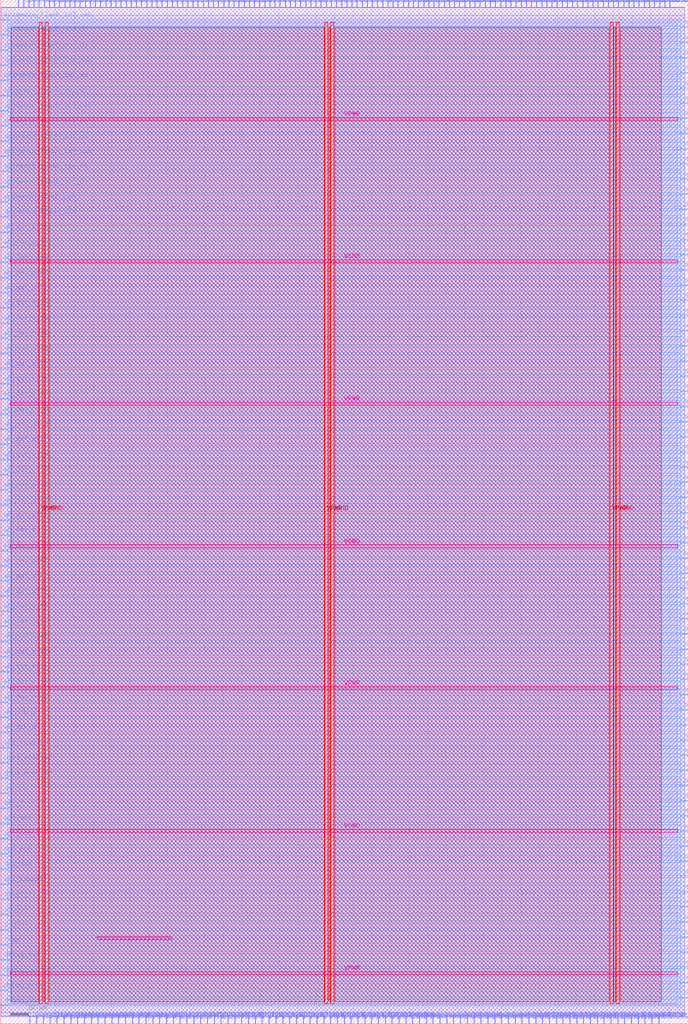
<source format=lef>
VERSION 5.7 ;
  NOWIREEXTENSIONATPIN ON ;
  DIVIDERCHAR "/" ;
  BUSBITCHARS "[]" ;
MACRO housekeeping
  CLASS BLOCK ;
  FOREIGN housekeeping ;
  ORIGIN 0.000 0.000 ;
  SIZE 370.230 BY 550.950 ;
  PIN VGND
    DIRECTION INOUT ;
    USE GROUND ;
    PORT
      LAYER met4 ;
        RECT 24.340 10.640 25.940 538.800 ;
    END
    PORT
      LAYER met4 ;
        RECT 177.940 10.640 179.540 538.800 ;
    END
    PORT
      LAYER met4 ;
        RECT 331.540 10.640 333.140 538.800 ;
    END
    PORT
      LAYER met5 ;
        RECT 5.280 103.080 364.560 104.680 ;
    END
    PORT
      LAYER met5 ;
        RECT 5.280 256.260 364.560 257.860 ;
    END
    PORT
      LAYER met5 ;
        RECT 5.280 409.440 364.560 411.040 ;
    END
  END VGND
  PIN VPWR
    DIRECTION INOUT ;
    USE POWER ;
    PORT
      LAYER met4 ;
        RECT 21.040 10.640 22.640 538.800 ;
    END
    PORT
      LAYER met4 ;
        RECT 174.640 10.640 176.240 538.800 ;
    END
    PORT
      LAYER met4 ;
        RECT 328.240 10.640 329.840 538.800 ;
    END
    PORT
      LAYER met5 ;
        RECT 5.280 26.490 364.560 28.090 ;
    END
    PORT
      LAYER met5 ;
        RECT 5.280 179.670 364.560 181.270 ;
    END
    PORT
      LAYER met5 ;
        RECT 5.280 332.850 364.560 334.450 ;
    END
    PORT
      LAYER met5 ;
        RECT 5.280 486.030 364.560 487.630 ;
    END
  END VPWR
  PIN debug_in
    DIRECTION OUTPUT TRISTATE ;
    USE SIGNAL ;
    PORT
      LAYER met3 ;
        RECT 0.000 9.560 4.000 10.160 ;
    END
  END debug_in
  PIN debug_mode
    DIRECTION INPUT ;
    USE SIGNAL ;
    PORT
      LAYER met3 ;
        RECT 0.000 17.720 4.000 18.320 ;
    END
  END debug_mode
  PIN debug_oeb
    DIRECTION INPUT ;
    USE SIGNAL ;
    PORT
      LAYER met3 ;
        RECT 0.000 25.880 4.000 26.480 ;
    END
  END debug_oeb
  PIN debug_out
    DIRECTION INPUT ;
    USE SIGNAL ;
    PORT
      LAYER met3 ;
        RECT 0.000 34.040 4.000 34.640 ;
    END
  END debug_out
  PIN irq[0]
    DIRECTION OUTPUT TRISTATE ;
    USE SIGNAL ;
    PORT
      LAYER met3 ;
        RECT 0.000 50.360 4.000 50.960 ;
    END
  END irq[0]
  PIN irq[1]
    DIRECTION OUTPUT TRISTATE ;
    USE SIGNAL ;
    PORT
      LAYER met3 ;
        RECT 0.000 58.520 4.000 59.120 ;
    END
  END irq[1]
  PIN irq[2]
    DIRECTION OUTPUT TRISTATE ;
    USE SIGNAL ;
    PORT
      LAYER met3 ;
        RECT 0.000 66.680 4.000 67.280 ;
    END
  END irq[2]
  PIN mask_rev_in[0]
    DIRECTION INPUT ;
    USE SIGNAL ;
    PORT
      LAYER met2 ;
        RECT 225.490 0.000 225.770 4.000 ;
    END
  END mask_rev_in[0]
  PIN mask_rev_in[10]
    DIRECTION INPUT ;
    USE SIGNAL ;
    PORT
      LAYER met2 ;
        RECT 262.290 0.000 262.570 4.000 ;
    END
  END mask_rev_in[10]
  PIN mask_rev_in[11]
    DIRECTION INPUT ;
    USE SIGNAL ;
    PORT
      LAYER met2 ;
        RECT 265.970 0.000 266.250 4.000 ;
    END
  END mask_rev_in[11]
  PIN mask_rev_in[12]
    DIRECTION INPUT ;
    USE SIGNAL ;
    PORT
      LAYER met2 ;
        RECT 269.650 0.000 269.930 4.000 ;
    END
  END mask_rev_in[12]
  PIN mask_rev_in[13]
    DIRECTION INPUT ;
    USE SIGNAL ;
    PORT
      LAYER met2 ;
        RECT 273.330 0.000 273.610 4.000 ;
    END
  END mask_rev_in[13]
  PIN mask_rev_in[14]
    DIRECTION INPUT ;
    USE SIGNAL ;
    PORT
      LAYER met2 ;
        RECT 277.010 0.000 277.290 4.000 ;
    END
  END mask_rev_in[14]
  PIN mask_rev_in[15]
    DIRECTION INPUT ;
    USE SIGNAL ;
    PORT
      LAYER met2 ;
        RECT 280.690 0.000 280.970 4.000 ;
    END
  END mask_rev_in[15]
  PIN mask_rev_in[16]
    DIRECTION INPUT ;
    USE SIGNAL ;
    PORT
      LAYER met2 ;
        RECT 284.370 0.000 284.650 4.000 ;
    END
  END mask_rev_in[16]
  PIN mask_rev_in[17]
    DIRECTION INPUT ;
    USE SIGNAL ;
    PORT
      LAYER met2 ;
        RECT 288.050 0.000 288.330 4.000 ;
    END
  END mask_rev_in[17]
  PIN mask_rev_in[18]
    DIRECTION INPUT ;
    USE SIGNAL ;
    PORT
      LAYER met2 ;
        RECT 291.730 0.000 292.010 4.000 ;
    END
  END mask_rev_in[18]
  PIN mask_rev_in[19]
    DIRECTION INPUT ;
    USE SIGNAL ;
    PORT
      LAYER met2 ;
        RECT 295.410 0.000 295.690 4.000 ;
    END
  END mask_rev_in[19]
  PIN mask_rev_in[1]
    DIRECTION INPUT ;
    USE SIGNAL ;
    PORT
      LAYER met2 ;
        RECT 229.170 0.000 229.450 4.000 ;
    END
  END mask_rev_in[1]
  PIN mask_rev_in[20]
    DIRECTION INPUT ;
    USE SIGNAL ;
    PORT
      LAYER met2 ;
        RECT 299.090 0.000 299.370 4.000 ;
    END
  END mask_rev_in[20]
  PIN mask_rev_in[21]
    DIRECTION INPUT ;
    USE SIGNAL ;
    PORT
      LAYER met2 ;
        RECT 302.770 0.000 303.050 4.000 ;
    END
  END mask_rev_in[21]
  PIN mask_rev_in[22]
    DIRECTION INPUT ;
    USE SIGNAL ;
    PORT
      LAYER met2 ;
        RECT 306.450 0.000 306.730 4.000 ;
    END
  END mask_rev_in[22]
  PIN mask_rev_in[23]
    DIRECTION INPUT ;
    USE SIGNAL ;
    PORT
      LAYER met2 ;
        RECT 310.130 0.000 310.410 4.000 ;
    END
  END mask_rev_in[23]
  PIN mask_rev_in[24]
    DIRECTION INPUT ;
    USE SIGNAL ;
    PORT
      LAYER met2 ;
        RECT 313.810 0.000 314.090 4.000 ;
    END
  END mask_rev_in[24]
  PIN mask_rev_in[25]
    DIRECTION INPUT ;
    USE SIGNAL ;
    PORT
      LAYER met2 ;
        RECT 317.490 0.000 317.770 4.000 ;
    END
  END mask_rev_in[25]
  PIN mask_rev_in[26]
    DIRECTION INPUT ;
    USE SIGNAL ;
    PORT
      LAYER met2 ;
        RECT 321.170 0.000 321.450 4.000 ;
    END
  END mask_rev_in[26]
  PIN mask_rev_in[27]
    DIRECTION INPUT ;
    USE SIGNAL ;
    PORT
      LAYER met2 ;
        RECT 324.850 0.000 325.130 4.000 ;
    END
  END mask_rev_in[27]
  PIN mask_rev_in[28]
    DIRECTION INPUT ;
    USE SIGNAL ;
    PORT
      LAYER met2 ;
        RECT 328.530 0.000 328.810 4.000 ;
    END
  END mask_rev_in[28]
  PIN mask_rev_in[29]
    DIRECTION INPUT ;
    USE SIGNAL ;
    PORT
      LAYER met2 ;
        RECT 332.210 0.000 332.490 4.000 ;
    END
  END mask_rev_in[29]
  PIN mask_rev_in[2]
    DIRECTION INPUT ;
    USE SIGNAL ;
    PORT
      LAYER met2 ;
        RECT 232.850 0.000 233.130 4.000 ;
    END
  END mask_rev_in[2]
  PIN mask_rev_in[30]
    DIRECTION INPUT ;
    USE SIGNAL ;
    PORT
      LAYER met2 ;
        RECT 335.890 0.000 336.170 4.000 ;
    END
  END mask_rev_in[30]
  PIN mask_rev_in[31]
    DIRECTION INPUT ;
    USE SIGNAL ;
    PORT
      LAYER met2 ;
        RECT 339.570 0.000 339.850 4.000 ;
    END
  END mask_rev_in[31]
  PIN mask_rev_in[3]
    DIRECTION INPUT ;
    USE SIGNAL ;
    PORT
      LAYER met2 ;
        RECT 236.530 0.000 236.810 4.000 ;
    END
  END mask_rev_in[3]
  PIN mask_rev_in[4]
    DIRECTION INPUT ;
    USE SIGNAL ;
    PORT
      LAYER met2 ;
        RECT 240.210 0.000 240.490 4.000 ;
    END
  END mask_rev_in[4]
  PIN mask_rev_in[5]
    DIRECTION INPUT ;
    USE SIGNAL ;
    PORT
      LAYER met2 ;
        RECT 243.890 0.000 244.170 4.000 ;
    END
  END mask_rev_in[5]
  PIN mask_rev_in[6]
    DIRECTION INPUT ;
    USE SIGNAL ;
    PORT
      LAYER met2 ;
        RECT 247.570 0.000 247.850 4.000 ;
    END
  END mask_rev_in[6]
  PIN mask_rev_in[7]
    DIRECTION INPUT ;
    USE SIGNAL ;
    PORT
      LAYER met2 ;
        RECT 251.250 0.000 251.530 4.000 ;
    END
  END mask_rev_in[7]
  PIN mask_rev_in[8]
    DIRECTION INPUT ;
    USE SIGNAL ;
    PORT
      LAYER met2 ;
        RECT 254.930 0.000 255.210 4.000 ;
    END
  END mask_rev_in[8]
  PIN mask_rev_in[9]
    DIRECTION INPUT ;
    USE SIGNAL ;
    PORT
      LAYER met2 ;
        RECT 258.610 0.000 258.890 4.000 ;
    END
  END mask_rev_in[9]
  PIN mgmt_gpio_in[0]
    DIRECTION INPUT ;
    USE SIGNAL ;
    PORT
      LAYER met3 ;
        RECT 366.230 54.440 370.230 55.040 ;
    END
  END mgmt_gpio_in[0]
  PIN mgmt_gpio_in[10]
    DIRECTION INPUT ;
    USE SIGNAL ;
    PORT
      LAYER met3 ;
        RECT 366.230 299.240 370.230 299.840 ;
    END
  END mgmt_gpio_in[10]
  PIN mgmt_gpio_in[11]
    DIRECTION INPUT ;
    USE SIGNAL ;
    PORT
      LAYER met3 ;
        RECT 366.230 323.720 370.230 324.320 ;
    END
  END mgmt_gpio_in[11]
  PIN mgmt_gpio_in[12]
    DIRECTION INPUT ;
    USE SIGNAL ;
    PORT
      LAYER met3 ;
        RECT 366.230 348.200 370.230 348.800 ;
    END
  END mgmt_gpio_in[12]
  PIN mgmt_gpio_in[13]
    DIRECTION INPUT ;
    USE SIGNAL ;
    PORT
      LAYER met3 ;
        RECT 366.230 372.680 370.230 373.280 ;
    END
  END mgmt_gpio_in[13]
  PIN mgmt_gpio_in[14]
    DIRECTION INPUT ;
    USE SIGNAL ;
    PORT
      LAYER met3 ;
        RECT 366.230 397.160 370.230 397.760 ;
    END
  END mgmt_gpio_in[14]
  PIN mgmt_gpio_in[15]
    DIRECTION INPUT ;
    USE SIGNAL ;
    PORT
      LAYER met3 ;
        RECT 366.230 421.640 370.230 422.240 ;
    END
  END mgmt_gpio_in[15]
  PIN mgmt_gpio_in[16]
    DIRECTION INPUT ;
    USE SIGNAL ;
    PORT
      LAYER met3 ;
        RECT 366.230 446.120 370.230 446.720 ;
    END
  END mgmt_gpio_in[16]
  PIN mgmt_gpio_in[17]
    DIRECTION INPUT ;
    USE SIGNAL ;
    PORT
      LAYER met3 ;
        RECT 366.230 470.600 370.230 471.200 ;
    END
  END mgmt_gpio_in[17]
  PIN mgmt_gpio_in[18]
    DIRECTION INPUT ;
    USE SIGNAL ;
    PORT
      LAYER met3 ;
        RECT 366.230 495.080 370.230 495.680 ;
    END
  END mgmt_gpio_in[18]
  PIN mgmt_gpio_in[19]
    DIRECTION INPUT ;
    USE SIGNAL ;
    PORT
      LAYER met3 ;
        RECT 366.230 519.560 370.230 520.160 ;
    END
  END mgmt_gpio_in[19]
  PIN mgmt_gpio_in[1]
    DIRECTION INPUT ;
    USE SIGNAL ;
    PORT
      LAYER met3 ;
        RECT 366.230 78.920 370.230 79.520 ;
    END
  END mgmt_gpio_in[1]
  PIN mgmt_gpio_in[20]
    DIRECTION INPUT ;
    USE SIGNAL ;
    PORT
      LAYER met2 ;
        RECT 213.990 546.950 214.270 550.950 ;
    END
  END mgmt_gpio_in[20]
  PIN mgmt_gpio_in[21]
    DIRECTION INPUT ;
    USE SIGNAL ;
    PORT
      LAYER met2 ;
        RECT 222.270 546.950 222.550 550.950 ;
    END
  END mgmt_gpio_in[21]
  PIN mgmt_gpio_in[22]
    DIRECTION INPUT ;
    USE SIGNAL ;
    PORT
      LAYER met2 ;
        RECT 230.550 546.950 230.830 550.950 ;
    END
  END mgmt_gpio_in[22]
  PIN mgmt_gpio_in[23]
    DIRECTION INPUT ;
    USE SIGNAL ;
    PORT
      LAYER met2 ;
        RECT 238.830 546.950 239.110 550.950 ;
    END
  END mgmt_gpio_in[23]
  PIN mgmt_gpio_in[24]
    DIRECTION INPUT ;
    USE SIGNAL ;
    PORT
      LAYER met2 ;
        RECT 247.110 546.950 247.390 550.950 ;
    END
  END mgmt_gpio_in[24]
  PIN mgmt_gpio_in[25]
    DIRECTION INPUT ;
    USE SIGNAL ;
    PORT
      LAYER met2 ;
        RECT 255.390 546.950 255.670 550.950 ;
    END
  END mgmt_gpio_in[25]
  PIN mgmt_gpio_in[26]
    DIRECTION INPUT ;
    USE SIGNAL ;
    PORT
      LAYER met2 ;
        RECT 263.670 546.950 263.950 550.950 ;
    END
  END mgmt_gpio_in[26]
  PIN mgmt_gpio_in[27]
    DIRECTION INPUT ;
    USE SIGNAL ;
    PORT
      LAYER met2 ;
        RECT 271.950 546.950 272.230 550.950 ;
    END
  END mgmt_gpio_in[27]
  PIN mgmt_gpio_in[28]
    DIRECTION INPUT ;
    USE SIGNAL ;
    PORT
      LAYER met2 ;
        RECT 280.230 546.950 280.510 550.950 ;
    END
  END mgmt_gpio_in[28]
  PIN mgmt_gpio_in[29]
    DIRECTION INPUT ;
    USE SIGNAL ;
    PORT
      LAYER met2 ;
        RECT 288.510 546.950 288.790 550.950 ;
    END
  END mgmt_gpio_in[29]
  PIN mgmt_gpio_in[2]
    DIRECTION INPUT ;
    USE SIGNAL ;
    PORT
      LAYER met3 ;
        RECT 366.230 103.400 370.230 104.000 ;
    END
  END mgmt_gpio_in[2]
  PIN mgmt_gpio_in[30]
    DIRECTION INPUT ;
    USE SIGNAL ;
    PORT
      LAYER met2 ;
        RECT 296.790 546.950 297.070 550.950 ;
    END
  END mgmt_gpio_in[30]
  PIN mgmt_gpio_in[31]
    DIRECTION INPUT ;
    USE SIGNAL ;
    PORT
      LAYER met2 ;
        RECT 305.070 546.950 305.350 550.950 ;
    END
  END mgmt_gpio_in[31]
  PIN mgmt_gpio_in[32]
    DIRECTION INPUT ;
    USE SIGNAL ;
    PORT
      LAYER met2 ;
        RECT 313.350 546.950 313.630 550.950 ;
    END
  END mgmt_gpio_in[32]
  PIN mgmt_gpio_in[33]
    DIRECTION INPUT ;
    USE SIGNAL ;
    PORT
      LAYER met2 ;
        RECT 321.630 546.950 321.910 550.950 ;
    END
  END mgmt_gpio_in[33]
  PIN mgmt_gpio_in[34]
    DIRECTION INPUT ;
    USE SIGNAL ;
    PORT
      LAYER met2 ;
        RECT 329.910 546.950 330.190 550.950 ;
    END
  END mgmt_gpio_in[34]
  PIN mgmt_gpio_in[35]
    DIRECTION INPUT ;
    USE SIGNAL ;
    PORT
      LAYER met2 ;
        RECT 338.190 546.950 338.470 550.950 ;
    END
  END mgmt_gpio_in[35]
  PIN mgmt_gpio_in[36]
    DIRECTION INPUT ;
    USE SIGNAL ;
    PORT
      LAYER met2 ;
        RECT 346.470 546.950 346.750 550.950 ;
    END
  END mgmt_gpio_in[36]
  PIN mgmt_gpio_in[37]
    DIRECTION INPUT ;
    USE SIGNAL ;
    PORT
      LAYER met2 ;
        RECT 354.750 546.950 355.030 550.950 ;
    END
  END mgmt_gpio_in[37]
  PIN mgmt_gpio_in[3]
    DIRECTION INPUT ;
    USE SIGNAL ;
    PORT
      LAYER met3 ;
        RECT 366.230 127.880 370.230 128.480 ;
    END
  END mgmt_gpio_in[3]
  PIN mgmt_gpio_in[4]
    DIRECTION INPUT ;
    USE SIGNAL ;
    PORT
      LAYER met3 ;
        RECT 366.230 152.360 370.230 152.960 ;
    END
  END mgmt_gpio_in[4]
  PIN mgmt_gpio_in[5]
    DIRECTION INPUT ;
    USE SIGNAL ;
    PORT
      LAYER met3 ;
        RECT 366.230 176.840 370.230 177.440 ;
    END
  END mgmt_gpio_in[5]
  PIN mgmt_gpio_in[6]
    DIRECTION INPUT ;
    USE SIGNAL ;
    PORT
      LAYER met3 ;
        RECT 366.230 201.320 370.230 201.920 ;
    END
  END mgmt_gpio_in[6]
  PIN mgmt_gpio_in[7]
    DIRECTION INPUT ;
    USE SIGNAL ;
    PORT
      LAYER met3 ;
        RECT 366.230 225.800 370.230 226.400 ;
    END
  END mgmt_gpio_in[7]
  PIN mgmt_gpio_in[8]
    DIRECTION INPUT ;
    USE SIGNAL ;
    PORT
      LAYER met3 ;
        RECT 366.230 250.280 370.230 250.880 ;
    END
  END mgmt_gpio_in[8]
  PIN mgmt_gpio_in[9]
    DIRECTION INPUT ;
    USE SIGNAL ;
    PORT
      LAYER met3 ;
        RECT 366.230 274.760 370.230 275.360 ;
    END
  END mgmt_gpio_in[9]
  PIN mgmt_gpio_oeb[0]
    DIRECTION OUTPUT TRISTATE ;
    USE SIGNAL ;
    PORT
      LAYER met3 ;
        RECT 366.230 62.600 370.230 63.200 ;
    END
  END mgmt_gpio_oeb[0]
  PIN mgmt_gpio_oeb[10]
    DIRECTION OUTPUT TRISTATE ;
    USE SIGNAL ;
    PORT
      LAYER met3 ;
        RECT 366.230 307.400 370.230 308.000 ;
    END
  END mgmt_gpio_oeb[10]
  PIN mgmt_gpio_oeb[11]
    DIRECTION OUTPUT TRISTATE ;
    USE SIGNAL ;
    PORT
      LAYER met3 ;
        RECT 366.230 331.880 370.230 332.480 ;
    END
  END mgmt_gpio_oeb[11]
  PIN mgmt_gpio_oeb[12]
    DIRECTION OUTPUT TRISTATE ;
    USE SIGNAL ;
    PORT
      LAYER met3 ;
        RECT 366.230 356.360 370.230 356.960 ;
    END
  END mgmt_gpio_oeb[12]
  PIN mgmt_gpio_oeb[13]
    DIRECTION OUTPUT TRISTATE ;
    USE SIGNAL ;
    PORT
      LAYER met3 ;
        RECT 366.230 380.840 370.230 381.440 ;
    END
  END mgmt_gpio_oeb[13]
  PIN mgmt_gpio_oeb[14]
    DIRECTION OUTPUT TRISTATE ;
    USE SIGNAL ;
    PORT
      LAYER met3 ;
        RECT 366.230 405.320 370.230 405.920 ;
    END
  END mgmt_gpio_oeb[14]
  PIN mgmt_gpio_oeb[15]
    DIRECTION OUTPUT TRISTATE ;
    USE SIGNAL ;
    PORT
      LAYER met3 ;
        RECT 366.230 429.800 370.230 430.400 ;
    END
  END mgmt_gpio_oeb[15]
  PIN mgmt_gpio_oeb[16]
    DIRECTION OUTPUT TRISTATE ;
    USE SIGNAL ;
    PORT
      LAYER met3 ;
        RECT 366.230 454.280 370.230 454.880 ;
    END
  END mgmt_gpio_oeb[16]
  PIN mgmt_gpio_oeb[17]
    DIRECTION OUTPUT TRISTATE ;
    USE SIGNAL ;
    PORT
      LAYER met3 ;
        RECT 366.230 478.760 370.230 479.360 ;
    END
  END mgmt_gpio_oeb[17]
  PIN mgmt_gpio_oeb[18]
    DIRECTION OUTPUT TRISTATE ;
    USE SIGNAL ;
    PORT
      LAYER met3 ;
        RECT 366.230 503.240 370.230 503.840 ;
    END
  END mgmt_gpio_oeb[18]
  PIN mgmt_gpio_oeb[19]
    DIRECTION OUTPUT TRISTATE ;
    USE SIGNAL ;
    PORT
      LAYER met3 ;
        RECT 366.230 527.720 370.230 528.320 ;
    END
  END mgmt_gpio_oeb[19]
  PIN mgmt_gpio_oeb[1]
    DIRECTION OUTPUT TRISTATE ;
    USE SIGNAL ;
    PORT
      LAYER met3 ;
        RECT 366.230 87.080 370.230 87.680 ;
    END
  END mgmt_gpio_oeb[1]
  PIN mgmt_gpio_oeb[20]
    DIRECTION OUTPUT TRISTATE ;
    USE SIGNAL ;
    PORT
      LAYER met2 ;
        RECT 216.750 546.950 217.030 550.950 ;
    END
  END mgmt_gpio_oeb[20]
  PIN mgmt_gpio_oeb[21]
    DIRECTION OUTPUT TRISTATE ;
    USE SIGNAL ;
    PORT
      LAYER met2 ;
        RECT 225.030 546.950 225.310 550.950 ;
    END
  END mgmt_gpio_oeb[21]
  PIN mgmt_gpio_oeb[22]
    DIRECTION OUTPUT TRISTATE ;
    USE SIGNAL ;
    PORT
      LAYER met2 ;
        RECT 233.310 546.950 233.590 550.950 ;
    END
  END mgmt_gpio_oeb[22]
  PIN mgmt_gpio_oeb[23]
    DIRECTION OUTPUT TRISTATE ;
    USE SIGNAL ;
    PORT
      LAYER met2 ;
        RECT 241.590 546.950 241.870 550.950 ;
    END
  END mgmt_gpio_oeb[23]
  PIN mgmt_gpio_oeb[24]
    DIRECTION OUTPUT TRISTATE ;
    USE SIGNAL ;
    PORT
      LAYER met2 ;
        RECT 249.870 546.950 250.150 550.950 ;
    END
  END mgmt_gpio_oeb[24]
  PIN mgmt_gpio_oeb[25]
    DIRECTION OUTPUT TRISTATE ;
    USE SIGNAL ;
    PORT
      LAYER met2 ;
        RECT 258.150 546.950 258.430 550.950 ;
    END
  END mgmt_gpio_oeb[25]
  PIN mgmt_gpio_oeb[26]
    DIRECTION OUTPUT TRISTATE ;
    USE SIGNAL ;
    PORT
      LAYER met2 ;
        RECT 266.430 546.950 266.710 550.950 ;
    END
  END mgmt_gpio_oeb[26]
  PIN mgmt_gpio_oeb[27]
    DIRECTION OUTPUT TRISTATE ;
    USE SIGNAL ;
    PORT
      LAYER met2 ;
        RECT 274.710 546.950 274.990 550.950 ;
    END
  END mgmt_gpio_oeb[27]
  PIN mgmt_gpio_oeb[28]
    DIRECTION OUTPUT TRISTATE ;
    USE SIGNAL ;
    PORT
      LAYER met2 ;
        RECT 282.990 546.950 283.270 550.950 ;
    END
  END mgmt_gpio_oeb[28]
  PIN mgmt_gpio_oeb[29]
    DIRECTION OUTPUT TRISTATE ;
    USE SIGNAL ;
    PORT
      LAYER met2 ;
        RECT 291.270 546.950 291.550 550.950 ;
    END
  END mgmt_gpio_oeb[29]
  PIN mgmt_gpio_oeb[2]
    DIRECTION OUTPUT TRISTATE ;
    USE SIGNAL ;
    PORT
      LAYER met3 ;
        RECT 366.230 111.560 370.230 112.160 ;
    END
  END mgmt_gpio_oeb[2]
  PIN mgmt_gpio_oeb[30]
    DIRECTION OUTPUT TRISTATE ;
    USE SIGNAL ;
    PORT
      LAYER met2 ;
        RECT 299.550 546.950 299.830 550.950 ;
    END
  END mgmt_gpio_oeb[30]
  PIN mgmt_gpio_oeb[31]
    DIRECTION OUTPUT TRISTATE ;
    USE SIGNAL ;
    PORT
      LAYER met2 ;
        RECT 307.830 546.950 308.110 550.950 ;
    END
  END mgmt_gpio_oeb[31]
  PIN mgmt_gpio_oeb[32]
    DIRECTION OUTPUT TRISTATE ;
    USE SIGNAL ;
    PORT
      LAYER met2 ;
        RECT 316.110 546.950 316.390 550.950 ;
    END
  END mgmt_gpio_oeb[32]
  PIN mgmt_gpio_oeb[33]
    DIRECTION OUTPUT TRISTATE ;
    USE SIGNAL ;
    PORT
      LAYER met2 ;
        RECT 324.390 546.950 324.670 550.950 ;
    END
  END mgmt_gpio_oeb[33]
  PIN mgmt_gpio_oeb[34]
    DIRECTION OUTPUT TRISTATE ;
    USE SIGNAL ;
    PORT
      LAYER met2 ;
        RECT 332.670 546.950 332.950 550.950 ;
    END
  END mgmt_gpio_oeb[34]
  PIN mgmt_gpio_oeb[35]
    DIRECTION OUTPUT TRISTATE ;
    USE SIGNAL ;
    PORT
      LAYER met2 ;
        RECT 340.950 546.950 341.230 550.950 ;
    END
  END mgmt_gpio_oeb[35]
  PIN mgmt_gpio_oeb[36]
    DIRECTION OUTPUT TRISTATE ;
    USE SIGNAL ;
    PORT
      LAYER met2 ;
        RECT 349.230 546.950 349.510 550.950 ;
    END
  END mgmt_gpio_oeb[36]
  PIN mgmt_gpio_oeb[37]
    DIRECTION OUTPUT TRISTATE ;
    USE SIGNAL ;
    PORT
      LAYER met2 ;
        RECT 357.510 546.950 357.790 550.950 ;
    END
  END mgmt_gpio_oeb[37]
  PIN mgmt_gpio_oeb[3]
    DIRECTION OUTPUT TRISTATE ;
    USE SIGNAL ;
    PORT
      LAYER met3 ;
        RECT 366.230 136.040 370.230 136.640 ;
    END
  END mgmt_gpio_oeb[3]
  PIN mgmt_gpio_oeb[4]
    DIRECTION OUTPUT TRISTATE ;
    USE SIGNAL ;
    PORT
      LAYER met3 ;
        RECT 366.230 160.520 370.230 161.120 ;
    END
  END mgmt_gpio_oeb[4]
  PIN mgmt_gpio_oeb[5]
    DIRECTION OUTPUT TRISTATE ;
    USE SIGNAL ;
    PORT
      LAYER met3 ;
        RECT 366.230 185.000 370.230 185.600 ;
    END
  END mgmt_gpio_oeb[5]
  PIN mgmt_gpio_oeb[6]
    DIRECTION OUTPUT TRISTATE ;
    USE SIGNAL ;
    PORT
      LAYER met3 ;
        RECT 366.230 209.480 370.230 210.080 ;
    END
  END mgmt_gpio_oeb[6]
  PIN mgmt_gpio_oeb[7]
    DIRECTION OUTPUT TRISTATE ;
    USE SIGNAL ;
    PORT
      LAYER met3 ;
        RECT 366.230 233.960 370.230 234.560 ;
    END
  END mgmt_gpio_oeb[7]
  PIN mgmt_gpio_oeb[8]
    DIRECTION OUTPUT TRISTATE ;
    USE SIGNAL ;
    PORT
      LAYER met3 ;
        RECT 366.230 258.440 370.230 259.040 ;
    END
  END mgmt_gpio_oeb[8]
  PIN mgmt_gpio_oeb[9]
    DIRECTION OUTPUT TRISTATE ;
    USE SIGNAL ;
    PORT
      LAYER met3 ;
        RECT 366.230 282.920 370.230 283.520 ;
    END
  END mgmt_gpio_oeb[9]
  PIN mgmt_gpio_out[0]
    DIRECTION OUTPUT TRISTATE ;
    USE SIGNAL ;
    PORT
      LAYER met3 ;
        RECT 366.230 70.760 370.230 71.360 ;
    END
  END mgmt_gpio_out[0]
  PIN mgmt_gpio_out[10]
    DIRECTION OUTPUT TRISTATE ;
    USE SIGNAL ;
    PORT
      LAYER met3 ;
        RECT 366.230 315.560 370.230 316.160 ;
    END
  END mgmt_gpio_out[10]
  PIN mgmt_gpio_out[11]
    DIRECTION OUTPUT TRISTATE ;
    USE SIGNAL ;
    PORT
      LAYER met3 ;
        RECT 366.230 340.040 370.230 340.640 ;
    END
  END mgmt_gpio_out[11]
  PIN mgmt_gpio_out[12]
    DIRECTION OUTPUT TRISTATE ;
    USE SIGNAL ;
    PORT
      LAYER met3 ;
        RECT 366.230 364.520 370.230 365.120 ;
    END
  END mgmt_gpio_out[12]
  PIN mgmt_gpio_out[13]
    DIRECTION OUTPUT TRISTATE ;
    USE SIGNAL ;
    PORT
      LAYER met3 ;
        RECT 366.230 389.000 370.230 389.600 ;
    END
  END mgmt_gpio_out[13]
  PIN mgmt_gpio_out[14]
    DIRECTION OUTPUT TRISTATE ;
    USE SIGNAL ;
    PORT
      LAYER met3 ;
        RECT 366.230 413.480 370.230 414.080 ;
    END
  END mgmt_gpio_out[14]
  PIN mgmt_gpio_out[15]
    DIRECTION OUTPUT TRISTATE ;
    USE SIGNAL ;
    PORT
      LAYER met3 ;
        RECT 366.230 437.960 370.230 438.560 ;
    END
  END mgmt_gpio_out[15]
  PIN mgmt_gpio_out[16]
    DIRECTION OUTPUT TRISTATE ;
    USE SIGNAL ;
    PORT
      LAYER met3 ;
        RECT 366.230 462.440 370.230 463.040 ;
    END
  END mgmt_gpio_out[16]
  PIN mgmt_gpio_out[17]
    DIRECTION OUTPUT TRISTATE ;
    USE SIGNAL ;
    PORT
      LAYER met3 ;
        RECT 366.230 486.920 370.230 487.520 ;
    END
  END mgmt_gpio_out[17]
  PIN mgmt_gpio_out[18]
    DIRECTION OUTPUT TRISTATE ;
    USE SIGNAL ;
    PORT
      LAYER met3 ;
        RECT 366.230 511.400 370.230 512.000 ;
    END
  END mgmt_gpio_out[18]
  PIN mgmt_gpio_out[19]
    DIRECTION OUTPUT TRISTATE ;
    USE SIGNAL ;
    PORT
      LAYER met3 ;
        RECT 366.230 535.880 370.230 536.480 ;
    END
  END mgmt_gpio_out[19]
  PIN mgmt_gpio_out[1]
    DIRECTION OUTPUT TRISTATE ;
    USE SIGNAL ;
    PORT
      LAYER met3 ;
        RECT 366.230 95.240 370.230 95.840 ;
    END
  END mgmt_gpio_out[1]
  PIN mgmt_gpio_out[20]
    DIRECTION OUTPUT TRISTATE ;
    USE SIGNAL ;
    PORT
      LAYER met2 ;
        RECT 219.510 546.950 219.790 550.950 ;
    END
  END mgmt_gpio_out[20]
  PIN mgmt_gpio_out[21]
    DIRECTION OUTPUT TRISTATE ;
    USE SIGNAL ;
    PORT
      LAYER met2 ;
        RECT 227.790 546.950 228.070 550.950 ;
    END
  END mgmt_gpio_out[21]
  PIN mgmt_gpio_out[22]
    DIRECTION OUTPUT TRISTATE ;
    USE SIGNAL ;
    PORT
      LAYER met2 ;
        RECT 236.070 546.950 236.350 550.950 ;
    END
  END mgmt_gpio_out[22]
  PIN mgmt_gpio_out[23]
    DIRECTION OUTPUT TRISTATE ;
    USE SIGNAL ;
    PORT
      LAYER met2 ;
        RECT 244.350 546.950 244.630 550.950 ;
    END
  END mgmt_gpio_out[23]
  PIN mgmt_gpio_out[24]
    DIRECTION OUTPUT TRISTATE ;
    USE SIGNAL ;
    PORT
      LAYER met2 ;
        RECT 252.630 546.950 252.910 550.950 ;
    END
  END mgmt_gpio_out[24]
  PIN mgmt_gpio_out[25]
    DIRECTION OUTPUT TRISTATE ;
    USE SIGNAL ;
    PORT
      LAYER met2 ;
        RECT 260.910 546.950 261.190 550.950 ;
    END
  END mgmt_gpio_out[25]
  PIN mgmt_gpio_out[26]
    DIRECTION OUTPUT TRISTATE ;
    USE SIGNAL ;
    PORT
      LAYER met2 ;
        RECT 269.190 546.950 269.470 550.950 ;
    END
  END mgmt_gpio_out[26]
  PIN mgmt_gpio_out[27]
    DIRECTION OUTPUT TRISTATE ;
    USE SIGNAL ;
    PORT
      LAYER met2 ;
        RECT 277.470 546.950 277.750 550.950 ;
    END
  END mgmt_gpio_out[27]
  PIN mgmt_gpio_out[28]
    DIRECTION OUTPUT TRISTATE ;
    USE SIGNAL ;
    PORT
      LAYER met2 ;
        RECT 285.750 546.950 286.030 550.950 ;
    END
  END mgmt_gpio_out[28]
  PIN mgmt_gpio_out[29]
    DIRECTION OUTPUT TRISTATE ;
    USE SIGNAL ;
    PORT
      LAYER met2 ;
        RECT 294.030 546.950 294.310 550.950 ;
    END
  END mgmt_gpio_out[29]
  PIN mgmt_gpio_out[2]
    DIRECTION OUTPUT TRISTATE ;
    USE SIGNAL ;
    PORT
      LAYER met3 ;
        RECT 366.230 119.720 370.230 120.320 ;
    END
  END mgmt_gpio_out[2]
  PIN mgmt_gpio_out[30]
    DIRECTION OUTPUT TRISTATE ;
    USE SIGNAL ;
    PORT
      LAYER met2 ;
        RECT 302.310 546.950 302.590 550.950 ;
    END
  END mgmt_gpio_out[30]
  PIN mgmt_gpio_out[31]
    DIRECTION OUTPUT TRISTATE ;
    USE SIGNAL ;
    PORT
      LAYER met2 ;
        RECT 310.590 546.950 310.870 550.950 ;
    END
  END mgmt_gpio_out[31]
  PIN mgmt_gpio_out[32]
    DIRECTION OUTPUT TRISTATE ;
    USE SIGNAL ;
    PORT
      LAYER met2 ;
        RECT 318.870 546.950 319.150 550.950 ;
    END
  END mgmt_gpio_out[32]
  PIN mgmt_gpio_out[33]
    DIRECTION OUTPUT TRISTATE ;
    USE SIGNAL ;
    PORT
      LAYER met2 ;
        RECT 327.150 546.950 327.430 550.950 ;
    END
  END mgmt_gpio_out[33]
  PIN mgmt_gpio_out[34]
    DIRECTION OUTPUT TRISTATE ;
    USE SIGNAL ;
    PORT
      LAYER met2 ;
        RECT 335.430 546.950 335.710 550.950 ;
    END
  END mgmt_gpio_out[34]
  PIN mgmt_gpio_out[35]
    DIRECTION OUTPUT TRISTATE ;
    USE SIGNAL ;
    PORT
      LAYER met2 ;
        RECT 343.710 546.950 343.990 550.950 ;
    END
  END mgmt_gpio_out[35]
  PIN mgmt_gpio_out[36]
    DIRECTION OUTPUT TRISTATE ;
    USE SIGNAL ;
    PORT
      LAYER met2 ;
        RECT 351.990 546.950 352.270 550.950 ;
    END
  END mgmt_gpio_out[36]
  PIN mgmt_gpio_out[37]
    DIRECTION OUTPUT TRISTATE ;
    USE SIGNAL ;
    PORT
      LAYER met2 ;
        RECT 360.270 546.950 360.550 550.950 ;
    END
  END mgmt_gpio_out[37]
  PIN mgmt_gpio_out[3]
    DIRECTION OUTPUT TRISTATE ;
    USE SIGNAL ;
    PORT
      LAYER met3 ;
        RECT 366.230 144.200 370.230 144.800 ;
    END
  END mgmt_gpio_out[3]
  PIN mgmt_gpio_out[4]
    DIRECTION OUTPUT TRISTATE ;
    USE SIGNAL ;
    PORT
      LAYER met3 ;
        RECT 366.230 168.680 370.230 169.280 ;
    END
  END mgmt_gpio_out[4]
  PIN mgmt_gpio_out[5]
    DIRECTION OUTPUT TRISTATE ;
    USE SIGNAL ;
    PORT
      LAYER met3 ;
        RECT 366.230 193.160 370.230 193.760 ;
    END
  END mgmt_gpio_out[5]
  PIN mgmt_gpio_out[6]
    DIRECTION OUTPUT TRISTATE ;
    USE SIGNAL ;
    PORT
      LAYER met3 ;
        RECT 366.230 217.640 370.230 218.240 ;
    END
  END mgmt_gpio_out[6]
  PIN mgmt_gpio_out[7]
    DIRECTION OUTPUT TRISTATE ;
    USE SIGNAL ;
    PORT
      LAYER met3 ;
        RECT 366.230 242.120 370.230 242.720 ;
    END
  END mgmt_gpio_out[7]
  PIN mgmt_gpio_out[8]
    DIRECTION OUTPUT TRISTATE ;
    USE SIGNAL ;
    PORT
      LAYER met3 ;
        RECT 366.230 266.600 370.230 267.200 ;
    END
  END mgmt_gpio_out[8]
  PIN mgmt_gpio_out[9]
    DIRECTION OUTPUT TRISTATE ;
    USE SIGNAL ;
    PORT
      LAYER met3 ;
        RECT 366.230 291.080 370.230 291.680 ;
    END
  END mgmt_gpio_out[9]
  PIN pad_flash_clk
    DIRECTION OUTPUT TRISTATE ;
    USE SIGNAL ;
    PORT
      LAYER met2 ;
        RECT 19.410 0.000 19.690 4.000 ;
    END
  END pad_flash_clk
  PIN pad_flash_clk_oeb
    DIRECTION OUTPUT TRISTATE ;
    USE SIGNAL ;
    PORT
      LAYER met2 ;
        RECT 23.090 0.000 23.370 4.000 ;
    END
  END pad_flash_clk_oeb
  PIN pad_flash_csb
    DIRECTION OUTPUT TRISTATE ;
    USE SIGNAL ;
    PORT
      LAYER met2 ;
        RECT 26.770 0.000 27.050 4.000 ;
    END
  END pad_flash_csb
  PIN pad_flash_csb_oeb
    DIRECTION OUTPUT TRISTATE ;
    USE SIGNAL ;
    PORT
      LAYER met2 ;
        RECT 30.450 0.000 30.730 4.000 ;
    END
  END pad_flash_csb_oeb
  PIN pad_flash_io0_di
    DIRECTION INPUT ;
    USE SIGNAL ;
    PORT
      LAYER met2 ;
        RECT 34.130 0.000 34.410 4.000 ;
    END
  END pad_flash_io0_di
  PIN pad_flash_io0_do
    DIRECTION OUTPUT TRISTATE ;
    USE SIGNAL ;
    PORT
      LAYER met2 ;
        RECT 37.810 0.000 38.090 4.000 ;
    END
  END pad_flash_io0_do
  PIN pad_flash_io0_ieb
    DIRECTION OUTPUT TRISTATE ;
    USE SIGNAL ;
    PORT
      LAYER met2 ;
        RECT 41.490 0.000 41.770 4.000 ;
    END
  END pad_flash_io0_ieb
  PIN pad_flash_io0_oeb
    DIRECTION OUTPUT TRISTATE ;
    USE SIGNAL ;
    PORT
      LAYER met2 ;
        RECT 45.170 0.000 45.450 4.000 ;
    END
  END pad_flash_io0_oeb
  PIN pad_flash_io1_di
    DIRECTION INPUT ;
    USE SIGNAL ;
    PORT
      LAYER met2 ;
        RECT 48.850 0.000 49.130 4.000 ;
    END
  END pad_flash_io1_di
  PIN pad_flash_io1_do
    DIRECTION OUTPUT TRISTATE ;
    USE SIGNAL ;
    PORT
      LAYER met2 ;
        RECT 52.530 0.000 52.810 4.000 ;
    END
  END pad_flash_io1_do
  PIN pad_flash_io1_ieb
    DIRECTION OUTPUT TRISTATE ;
    USE SIGNAL ;
    PORT
      LAYER met2 ;
        RECT 56.210 0.000 56.490 4.000 ;
    END
  END pad_flash_io1_ieb
  PIN pad_flash_io1_oeb
    DIRECTION OUTPUT TRISTATE ;
    USE SIGNAL ;
    PORT
      LAYER met2 ;
        RECT 59.890 0.000 60.170 4.000 ;
    END
  END pad_flash_io1_oeb
  PIN pll90_sel[0]
    DIRECTION OUTPUT TRISTATE ;
    USE SIGNAL ;
    PORT
      LAYER met2 ;
        RECT 107.730 0.000 108.010 4.000 ;
    END
  END pll90_sel[0]
  PIN pll90_sel[1]
    DIRECTION OUTPUT TRISTATE ;
    USE SIGNAL ;
    PORT
      LAYER met2 ;
        RECT 111.410 0.000 111.690 4.000 ;
    END
  END pll90_sel[1]
  PIN pll90_sel[2]
    DIRECTION OUTPUT TRISTATE ;
    USE SIGNAL ;
    PORT
      LAYER met2 ;
        RECT 115.090 0.000 115.370 4.000 ;
    END
  END pll90_sel[2]
  PIN pll_bypass
    DIRECTION OUTPUT TRISTATE ;
    USE SIGNAL ;
    PORT
      LAYER met2 ;
        RECT 214.450 0.000 214.730 4.000 ;
    END
  END pll_bypass
  PIN pll_dco_ena
    DIRECTION OUTPUT TRISTATE ;
    USE SIGNAL ;
    PORT
      LAYER met2 ;
        RECT 74.610 0.000 74.890 4.000 ;
    END
  END pll_dco_ena
  PIN pll_div[0]
    DIRECTION OUTPUT TRISTATE ;
    USE SIGNAL ;
    PORT
      LAYER met2 ;
        RECT 78.290 0.000 78.570 4.000 ;
    END
  END pll_div[0]
  PIN pll_div[1]
    DIRECTION OUTPUT TRISTATE ;
    USE SIGNAL ;
    PORT
      LAYER met2 ;
        RECT 81.970 0.000 82.250 4.000 ;
    END
  END pll_div[1]
  PIN pll_div[2]
    DIRECTION OUTPUT TRISTATE ;
    USE SIGNAL ;
    PORT
      LAYER met2 ;
        RECT 85.650 0.000 85.930 4.000 ;
    END
  END pll_div[2]
  PIN pll_div[3]
    DIRECTION OUTPUT TRISTATE ;
    USE SIGNAL ;
    PORT
      LAYER met2 ;
        RECT 89.330 0.000 89.610 4.000 ;
    END
  END pll_div[3]
  PIN pll_div[4]
    DIRECTION OUTPUT TRISTATE ;
    USE SIGNAL ;
    PORT
      LAYER met2 ;
        RECT 93.010 0.000 93.290 4.000 ;
    END
  END pll_div[4]
  PIN pll_ena
    DIRECTION OUTPUT TRISTATE ;
    USE SIGNAL ;
    PORT
      LAYER met2 ;
        RECT 70.930 0.000 71.210 4.000 ;
    END
  END pll_ena
  PIN pll_sel[0]
    DIRECTION OUTPUT TRISTATE ;
    USE SIGNAL ;
    PORT
      LAYER met2 ;
        RECT 96.690 0.000 96.970 4.000 ;
    END
  END pll_sel[0]
  PIN pll_sel[1]
    DIRECTION OUTPUT TRISTATE ;
    USE SIGNAL ;
    PORT
      LAYER met2 ;
        RECT 100.370 0.000 100.650 4.000 ;
    END
  END pll_sel[1]
  PIN pll_sel[2]
    DIRECTION OUTPUT TRISTATE ;
    USE SIGNAL ;
    PORT
      LAYER met2 ;
        RECT 104.050 0.000 104.330 4.000 ;
    END
  END pll_sel[2]
  PIN pll_trim[0]
    DIRECTION OUTPUT TRISTATE ;
    USE SIGNAL ;
    PORT
      LAYER met2 ;
        RECT 118.770 0.000 119.050 4.000 ;
    END
  END pll_trim[0]
  PIN pll_trim[10]
    DIRECTION OUTPUT TRISTATE ;
    USE SIGNAL ;
    PORT
      LAYER met2 ;
        RECT 155.570 0.000 155.850 4.000 ;
    END
  END pll_trim[10]
  PIN pll_trim[11]
    DIRECTION OUTPUT TRISTATE ;
    USE SIGNAL ;
    PORT
      LAYER met2 ;
        RECT 159.250 0.000 159.530 4.000 ;
    END
  END pll_trim[11]
  PIN pll_trim[12]
    DIRECTION OUTPUT TRISTATE ;
    USE SIGNAL ;
    PORT
      LAYER met2 ;
        RECT 162.930 0.000 163.210 4.000 ;
    END
  END pll_trim[12]
  PIN pll_trim[13]
    DIRECTION OUTPUT TRISTATE ;
    USE SIGNAL ;
    PORT
      LAYER met2 ;
        RECT 166.610 0.000 166.890 4.000 ;
    END
  END pll_trim[13]
  PIN pll_trim[14]
    DIRECTION OUTPUT TRISTATE ;
    USE SIGNAL ;
    PORT
      LAYER met2 ;
        RECT 170.290 0.000 170.570 4.000 ;
    END
  END pll_trim[14]
  PIN pll_trim[15]
    DIRECTION OUTPUT TRISTATE ;
    USE SIGNAL ;
    PORT
      LAYER met2 ;
        RECT 173.970 0.000 174.250 4.000 ;
    END
  END pll_trim[15]
  PIN pll_trim[16]
    DIRECTION OUTPUT TRISTATE ;
    USE SIGNAL ;
    PORT
      LAYER met2 ;
        RECT 177.650 0.000 177.930 4.000 ;
    END
  END pll_trim[16]
  PIN pll_trim[17]
    DIRECTION OUTPUT TRISTATE ;
    USE SIGNAL ;
    PORT
      LAYER met2 ;
        RECT 181.330 0.000 181.610 4.000 ;
    END
  END pll_trim[17]
  PIN pll_trim[18]
    DIRECTION OUTPUT TRISTATE ;
    USE SIGNAL ;
    PORT
      LAYER met2 ;
        RECT 185.010 0.000 185.290 4.000 ;
    END
  END pll_trim[18]
  PIN pll_trim[19]
    DIRECTION OUTPUT TRISTATE ;
    USE SIGNAL ;
    PORT
      LAYER met2 ;
        RECT 188.690 0.000 188.970 4.000 ;
    END
  END pll_trim[19]
  PIN pll_trim[1]
    DIRECTION OUTPUT TRISTATE ;
    USE SIGNAL ;
    PORT
      LAYER met2 ;
        RECT 122.450 0.000 122.730 4.000 ;
    END
  END pll_trim[1]
  PIN pll_trim[20]
    DIRECTION OUTPUT TRISTATE ;
    USE SIGNAL ;
    PORT
      LAYER met2 ;
        RECT 192.370 0.000 192.650 4.000 ;
    END
  END pll_trim[20]
  PIN pll_trim[21]
    DIRECTION OUTPUT TRISTATE ;
    USE SIGNAL ;
    PORT
      LAYER met2 ;
        RECT 196.050 0.000 196.330 4.000 ;
    END
  END pll_trim[21]
  PIN pll_trim[22]
    DIRECTION OUTPUT TRISTATE ;
    USE SIGNAL ;
    PORT
      LAYER met2 ;
        RECT 199.730 0.000 200.010 4.000 ;
    END
  END pll_trim[22]
  PIN pll_trim[23]
    DIRECTION OUTPUT TRISTATE ;
    USE SIGNAL ;
    PORT
      LAYER met2 ;
        RECT 203.410 0.000 203.690 4.000 ;
    END
  END pll_trim[23]
  PIN pll_trim[24]
    DIRECTION OUTPUT TRISTATE ;
    USE SIGNAL ;
    PORT
      LAYER met2 ;
        RECT 207.090 0.000 207.370 4.000 ;
    END
  END pll_trim[24]
  PIN pll_trim[25]
    DIRECTION OUTPUT TRISTATE ;
    USE SIGNAL ;
    PORT
      LAYER met2 ;
        RECT 210.770 0.000 211.050 4.000 ;
    END
  END pll_trim[25]
  PIN pll_trim[2]
    DIRECTION OUTPUT TRISTATE ;
    USE SIGNAL ;
    PORT
      LAYER met2 ;
        RECT 126.130 0.000 126.410 4.000 ;
    END
  END pll_trim[2]
  PIN pll_trim[3]
    DIRECTION OUTPUT TRISTATE ;
    USE SIGNAL ;
    PORT
      LAYER met2 ;
        RECT 129.810 0.000 130.090 4.000 ;
    END
  END pll_trim[3]
  PIN pll_trim[4]
    DIRECTION OUTPUT TRISTATE ;
    USE SIGNAL ;
    PORT
      LAYER met2 ;
        RECT 133.490 0.000 133.770 4.000 ;
    END
  END pll_trim[4]
  PIN pll_trim[5]
    DIRECTION OUTPUT TRISTATE ;
    USE SIGNAL ;
    PORT
      LAYER met2 ;
        RECT 137.170 0.000 137.450 4.000 ;
    END
  END pll_trim[5]
  PIN pll_trim[6]
    DIRECTION OUTPUT TRISTATE ;
    USE SIGNAL ;
    PORT
      LAYER met2 ;
        RECT 140.850 0.000 141.130 4.000 ;
    END
  END pll_trim[6]
  PIN pll_trim[7]
    DIRECTION OUTPUT TRISTATE ;
    USE SIGNAL ;
    PORT
      LAYER met2 ;
        RECT 144.530 0.000 144.810 4.000 ;
    END
  END pll_trim[7]
  PIN pll_trim[8]
    DIRECTION OUTPUT TRISTATE ;
    USE SIGNAL ;
    PORT
      LAYER met2 ;
        RECT 148.210 0.000 148.490 4.000 ;
    END
  END pll_trim[8]
  PIN pll_trim[9]
    DIRECTION OUTPUT TRISTATE ;
    USE SIGNAL ;
    PORT
      LAYER met2 ;
        RECT 151.890 0.000 152.170 4.000 ;
    END
  END pll_trim[9]
  PIN porb
    DIRECTION INPUT ;
    USE SIGNAL ;
    PORT
      LAYER met2 ;
        RECT 63.570 0.000 63.850 4.000 ;
    END
  END porb
  PIN pwr_ctrl_out[0]
    DIRECTION OUTPUT TRISTATE ;
    USE SIGNAL ;
    PORT
      LAYER met2 ;
        RECT 343.250 0.000 343.530 4.000 ;
    END
  END pwr_ctrl_out[0]
  PIN pwr_ctrl_out[1]
    DIRECTION OUTPUT TRISTATE ;
    USE SIGNAL ;
    PORT
      LAYER met2 ;
        RECT 346.930 0.000 347.210 4.000 ;
    END
  END pwr_ctrl_out[1]
  PIN pwr_ctrl_out[2]
    DIRECTION OUTPUT TRISTATE ;
    USE SIGNAL ;
    PORT
      LAYER met2 ;
        RECT 350.610 0.000 350.890 4.000 ;
    END
  END pwr_ctrl_out[2]
  PIN pwr_ctrl_out[3]
    DIRECTION OUTPUT TRISTATE ;
    USE SIGNAL ;
    PORT
      LAYER met2 ;
        RECT 354.290 0.000 354.570 4.000 ;
    END
  END pwr_ctrl_out[3]
  PIN qspi_enabled
    DIRECTION INPUT ;
    USE SIGNAL ;
    PORT
      LAYER met3 ;
        RECT 0.000 131.960 4.000 132.560 ;
    END
  END qspi_enabled
  PIN reset
    DIRECTION OUTPUT TRISTATE ;
    USE SIGNAL ;
    PORT
      LAYER met2 ;
        RECT 67.250 0.000 67.530 4.000 ;
    END
  END reset
  PIN ser_rx
    DIRECTION OUTPUT TRISTATE ;
    USE SIGNAL ;
    PORT
      LAYER met3 ;
        RECT 0.000 123.800 4.000 124.400 ;
    END
  END ser_rx
  PIN ser_tx
    DIRECTION INPUT ;
    USE SIGNAL ;
    PORT
      LAYER met3 ;
        RECT 0.000 115.640 4.000 116.240 ;
    END
  END ser_tx
  PIN serial_clock
    DIRECTION OUTPUT TRISTATE ;
    USE SIGNAL ;
    PORT
      LAYER met3 ;
        RECT 366.230 13.640 370.230 14.240 ;
    END
  END serial_clock
  PIN serial_data_1
    DIRECTION OUTPUT TRISTATE ;
    USE SIGNAL ;
    PORT
      LAYER met3 ;
        RECT 366.230 38.120 370.230 38.720 ;
    END
  END serial_data_1
  PIN serial_data_2
    DIRECTION OUTPUT TRISTATE ;
    USE SIGNAL ;
    PORT
      LAYER met3 ;
        RECT 366.230 46.280 370.230 46.880 ;
    END
  END serial_data_2
  PIN serial_load
    DIRECTION OUTPUT TRISTATE ;
    USE SIGNAL ;
    PORT
      LAYER met3 ;
        RECT 366.230 29.960 370.230 30.560 ;
    END
  END serial_load
  PIN serial_resetn
    DIRECTION OUTPUT TRISTATE ;
    USE SIGNAL ;
    PORT
      LAYER met3 ;
        RECT 366.230 21.800 370.230 22.400 ;
    END
  END serial_resetn
  PIN spi_csb
    DIRECTION INPUT ;
    USE SIGNAL ;
    PORT
      LAYER met3 ;
        RECT 0.000 99.320 4.000 99.920 ;
    END
  END spi_csb
  PIN spi_enabled
    DIRECTION INPUT ;
    USE SIGNAL ;
    PORT
      LAYER met3 ;
        RECT 0.000 148.280 4.000 148.880 ;
    END
  END spi_enabled
  PIN spi_sck
    DIRECTION INPUT ;
    USE SIGNAL ;
    PORT
      LAYER met3 ;
        RECT 0.000 91.160 4.000 91.760 ;
    END
  END spi_sck
  PIN spi_sdi
    DIRECTION OUTPUT TRISTATE ;
    USE SIGNAL ;
    PORT
      LAYER met3 ;
        RECT 0.000 107.480 4.000 108.080 ;
    END
  END spi_sdi
  PIN spi_sdo
    DIRECTION INPUT ;
    USE SIGNAL ;
    PORT
      LAYER met3 ;
        RECT 0.000 83.000 4.000 83.600 ;
    END
  END spi_sdo
  PIN spi_sdoenb
    DIRECTION INPUT ;
    USE SIGNAL ;
    PORT
      LAYER met3 ;
        RECT 0.000 74.840 4.000 75.440 ;
    END
  END spi_sdoenb
  PIN spimemio_flash_clk
    DIRECTION INPUT ;
    USE SIGNAL ;
    PORT
      LAYER met3 ;
        RECT 0.000 433.880 4.000 434.480 ;
    END
  END spimemio_flash_clk
  PIN spimemio_flash_csb
    DIRECTION INPUT ;
    USE SIGNAL ;
    PORT
      LAYER met3 ;
        RECT 0.000 442.040 4.000 442.640 ;
    END
  END spimemio_flash_csb
  PIN spimemio_flash_io0_di
    DIRECTION OUTPUT TRISTATE ;
    USE SIGNAL ;
    PORT
      LAYER met3 ;
        RECT 0.000 450.200 4.000 450.800 ;
    END
  END spimemio_flash_io0_di
  PIN spimemio_flash_io0_do
    DIRECTION INPUT ;
    USE SIGNAL ;
    PORT
      LAYER met3 ;
        RECT 0.000 458.360 4.000 458.960 ;
    END
  END spimemio_flash_io0_do
  PIN spimemio_flash_io0_oeb
    DIRECTION INPUT ;
    USE SIGNAL ;
    PORT
      LAYER met3 ;
        RECT 0.000 466.520 4.000 467.120 ;
    END
  END spimemio_flash_io0_oeb
  PIN spimemio_flash_io1_di
    DIRECTION OUTPUT TRISTATE ;
    USE SIGNAL ;
    PORT
      LAYER met3 ;
        RECT 0.000 474.680 4.000 475.280 ;
    END
  END spimemio_flash_io1_di
  PIN spimemio_flash_io1_do
    DIRECTION INPUT ;
    USE SIGNAL ;
    PORT
      LAYER met3 ;
        RECT 0.000 482.840 4.000 483.440 ;
    END
  END spimemio_flash_io1_do
  PIN spimemio_flash_io1_oeb
    DIRECTION INPUT ;
    USE SIGNAL ;
    PORT
      LAYER met3 ;
        RECT 0.000 491.000 4.000 491.600 ;
    END
  END spimemio_flash_io1_oeb
  PIN spimemio_flash_io2_di
    DIRECTION OUTPUT TRISTATE ;
    USE SIGNAL ;
    PORT
      LAYER met3 ;
        RECT 0.000 499.160 4.000 499.760 ;
    END
  END spimemio_flash_io2_di
  PIN spimemio_flash_io2_do
    DIRECTION INPUT ;
    USE SIGNAL ;
    PORT
      LAYER met3 ;
        RECT 0.000 507.320 4.000 507.920 ;
    END
  END spimemio_flash_io2_do
  PIN spimemio_flash_io2_oeb
    DIRECTION INPUT ;
    USE SIGNAL ;
    PORT
      LAYER met3 ;
        RECT 0.000 515.480 4.000 516.080 ;
    END
  END spimemio_flash_io2_oeb
  PIN spimemio_flash_io3_di
    DIRECTION OUTPUT TRISTATE ;
    USE SIGNAL ;
    PORT
      LAYER met3 ;
        RECT 0.000 523.640 4.000 524.240 ;
    END
  END spimemio_flash_io3_di
  PIN spimemio_flash_io3_do
    DIRECTION INPUT ;
    USE SIGNAL ;
    PORT
      LAYER met3 ;
        RECT 0.000 531.800 4.000 532.400 ;
    END
  END spimemio_flash_io3_do
  PIN spimemio_flash_io3_oeb
    DIRECTION INPUT ;
    USE SIGNAL ;
    PORT
      LAYER met3 ;
        RECT 0.000 539.960 4.000 540.560 ;
    END
  END spimemio_flash_io3_oeb
  PIN trap
    DIRECTION INPUT ;
    USE SIGNAL ;
    PORT
      LAYER met3 ;
        RECT 0.000 42.200 4.000 42.800 ;
    END
  END trap
  PIN uart_enabled
    DIRECTION INPUT ;
    USE SIGNAL ;
    PORT
      LAYER met3 ;
        RECT 0.000 140.120 4.000 140.720 ;
    END
  END uart_enabled
  PIN user_clock
    DIRECTION INPUT ;
    USE SIGNAL ;
    PORT
      LAYER met2 ;
        RECT 15.730 0.000 16.010 4.000 ;
    END
  END user_clock
  PIN usr1_vcc_pwrgood
    DIRECTION INPUT ;
    USE SIGNAL ;
    PORT
      LAYER met2 ;
        RECT 202.950 546.950 203.230 550.950 ;
    END
  END usr1_vcc_pwrgood
  PIN usr1_vdd_pwrgood
    DIRECTION INPUT ;
    USE SIGNAL ;
    PORT
      LAYER met2 ;
        RECT 208.470 546.950 208.750 550.950 ;
    END
  END usr1_vdd_pwrgood
  PIN usr2_vcc_pwrgood
    DIRECTION INPUT ;
    USE SIGNAL ;
    PORT
      LAYER met2 ;
        RECT 205.710 546.950 205.990 550.950 ;
    END
  END usr2_vcc_pwrgood
  PIN usr2_vdd_pwrgood
    DIRECTION INPUT ;
    USE SIGNAL ;
    PORT
      LAYER met2 ;
        RECT 211.230 546.950 211.510 550.950 ;
    END
  END usr2_vdd_pwrgood
  PIN wb_ack_o
    DIRECTION OUTPUT TRISTATE ;
    USE SIGNAL ;
    PORT
      LAYER met3 ;
        RECT 0.000 156.440 4.000 157.040 ;
    END
  END wb_ack_o
  PIN wb_adr_i[0]
    DIRECTION INPUT ;
    USE SIGNAL ;
    PORT
      LAYER met2 ;
        RECT 9.750 546.950 10.030 550.950 ;
    END
  END wb_adr_i[0]
  PIN wb_adr_i[10]
    DIRECTION INPUT ;
    USE SIGNAL ;
    PORT
      LAYER met2 ;
        RECT 37.350 546.950 37.630 550.950 ;
    END
  END wb_adr_i[10]
  PIN wb_adr_i[11]
    DIRECTION INPUT ;
    USE SIGNAL ;
    PORT
      LAYER met2 ;
        RECT 40.110 546.950 40.390 550.950 ;
    END
  END wb_adr_i[11]
  PIN wb_adr_i[12]
    DIRECTION INPUT ;
    USE SIGNAL ;
    PORT
      LAYER met2 ;
        RECT 42.870 546.950 43.150 550.950 ;
    END
  END wb_adr_i[12]
  PIN wb_adr_i[13]
    DIRECTION INPUT ;
    USE SIGNAL ;
    PORT
      LAYER met2 ;
        RECT 45.630 546.950 45.910 550.950 ;
    END
  END wb_adr_i[13]
  PIN wb_adr_i[14]
    DIRECTION INPUT ;
    USE SIGNAL ;
    PORT
      LAYER met2 ;
        RECT 48.390 546.950 48.670 550.950 ;
    END
  END wb_adr_i[14]
  PIN wb_adr_i[15]
    DIRECTION INPUT ;
    USE SIGNAL ;
    PORT
      LAYER met2 ;
        RECT 51.150 546.950 51.430 550.950 ;
    END
  END wb_adr_i[15]
  PIN wb_adr_i[16]
    DIRECTION INPUT ;
    USE SIGNAL ;
    PORT
      LAYER met2 ;
        RECT 53.910 546.950 54.190 550.950 ;
    END
  END wb_adr_i[16]
  PIN wb_adr_i[17]
    DIRECTION INPUT ;
    USE SIGNAL ;
    PORT
      LAYER met2 ;
        RECT 56.670 546.950 56.950 550.950 ;
    END
  END wb_adr_i[17]
  PIN wb_adr_i[18]
    DIRECTION INPUT ;
    USE SIGNAL ;
    PORT
      LAYER met2 ;
        RECT 59.430 546.950 59.710 550.950 ;
    END
  END wb_adr_i[18]
  PIN wb_adr_i[19]
    DIRECTION INPUT ;
    USE SIGNAL ;
    PORT
      LAYER met2 ;
        RECT 62.190 546.950 62.470 550.950 ;
    END
  END wb_adr_i[19]
  PIN wb_adr_i[1]
    DIRECTION INPUT ;
    USE SIGNAL ;
    PORT
      LAYER met2 ;
        RECT 12.510 546.950 12.790 550.950 ;
    END
  END wb_adr_i[1]
  PIN wb_adr_i[20]
    DIRECTION INPUT ;
    USE SIGNAL ;
    PORT
      LAYER met2 ;
        RECT 64.950 546.950 65.230 550.950 ;
    END
  END wb_adr_i[20]
  PIN wb_adr_i[21]
    DIRECTION INPUT ;
    USE SIGNAL ;
    PORT
      LAYER met2 ;
        RECT 67.710 546.950 67.990 550.950 ;
    END
  END wb_adr_i[21]
  PIN wb_adr_i[22]
    DIRECTION INPUT ;
    USE SIGNAL ;
    PORT
      LAYER met2 ;
        RECT 70.470 546.950 70.750 550.950 ;
    END
  END wb_adr_i[22]
  PIN wb_adr_i[23]
    DIRECTION INPUT ;
    USE SIGNAL ;
    PORT
      LAYER met2 ;
        RECT 73.230 546.950 73.510 550.950 ;
    END
  END wb_adr_i[23]
  PIN wb_adr_i[24]
    DIRECTION INPUT ;
    USE SIGNAL ;
    PORT
      LAYER met2 ;
        RECT 75.990 546.950 76.270 550.950 ;
    END
  END wb_adr_i[24]
  PIN wb_adr_i[25]
    DIRECTION INPUT ;
    USE SIGNAL ;
    PORT
      LAYER met2 ;
        RECT 78.750 546.950 79.030 550.950 ;
    END
  END wb_adr_i[25]
  PIN wb_adr_i[26]
    DIRECTION INPUT ;
    USE SIGNAL ;
    PORT
      LAYER met2 ;
        RECT 81.510 546.950 81.790 550.950 ;
    END
  END wb_adr_i[26]
  PIN wb_adr_i[27]
    DIRECTION INPUT ;
    USE SIGNAL ;
    PORT
      LAYER met2 ;
        RECT 84.270 546.950 84.550 550.950 ;
    END
  END wb_adr_i[27]
  PIN wb_adr_i[28]
    DIRECTION INPUT ;
    USE SIGNAL ;
    PORT
      LAYER met2 ;
        RECT 87.030 546.950 87.310 550.950 ;
    END
  END wb_adr_i[28]
  PIN wb_adr_i[29]
    DIRECTION INPUT ;
    USE SIGNAL ;
    PORT
      LAYER met2 ;
        RECT 89.790 546.950 90.070 550.950 ;
    END
  END wb_adr_i[29]
  PIN wb_adr_i[2]
    DIRECTION INPUT ;
    USE SIGNAL ;
    PORT
      LAYER met2 ;
        RECT 15.270 546.950 15.550 550.950 ;
    END
  END wb_adr_i[2]
  PIN wb_adr_i[30]
    DIRECTION INPUT ;
    USE SIGNAL ;
    PORT
      LAYER met2 ;
        RECT 92.550 546.950 92.830 550.950 ;
    END
  END wb_adr_i[30]
  PIN wb_adr_i[31]
    DIRECTION INPUT ;
    USE SIGNAL ;
    PORT
      LAYER met2 ;
        RECT 95.310 546.950 95.590 550.950 ;
    END
  END wb_adr_i[31]
  PIN wb_adr_i[3]
    DIRECTION INPUT ;
    USE SIGNAL ;
    PORT
      LAYER met2 ;
        RECT 18.030 546.950 18.310 550.950 ;
    END
  END wb_adr_i[3]
  PIN wb_adr_i[4]
    DIRECTION INPUT ;
    USE SIGNAL ;
    PORT
      LAYER met2 ;
        RECT 20.790 546.950 21.070 550.950 ;
    END
  END wb_adr_i[4]
  PIN wb_adr_i[5]
    DIRECTION INPUT ;
    USE SIGNAL ;
    PORT
      LAYER met2 ;
        RECT 23.550 546.950 23.830 550.950 ;
    END
  END wb_adr_i[5]
  PIN wb_adr_i[6]
    DIRECTION INPUT ;
    USE SIGNAL ;
    PORT
      LAYER met2 ;
        RECT 26.310 546.950 26.590 550.950 ;
    END
  END wb_adr_i[6]
  PIN wb_adr_i[7]
    DIRECTION INPUT ;
    USE SIGNAL ;
    PORT
      LAYER met2 ;
        RECT 29.070 546.950 29.350 550.950 ;
    END
  END wb_adr_i[7]
  PIN wb_adr_i[8]
    DIRECTION INPUT ;
    USE SIGNAL ;
    PORT
      LAYER met2 ;
        RECT 31.830 546.950 32.110 550.950 ;
    END
  END wb_adr_i[8]
  PIN wb_adr_i[9]
    DIRECTION INPUT ;
    USE SIGNAL ;
    PORT
      LAYER met2 ;
        RECT 34.590 546.950 34.870 550.950 ;
    END
  END wb_adr_i[9]
  PIN wb_clk_i
    DIRECTION INPUT ;
    USE SIGNAL ;
    PORT
      LAYER met2 ;
        RECT 218.130 0.000 218.410 4.000 ;
    END
  END wb_clk_i
  PIN wb_cyc_i
    DIRECTION INPUT ;
    USE SIGNAL ;
    PORT
      LAYER met2 ;
        RECT 200.190 546.950 200.470 550.950 ;
    END
  END wb_cyc_i
  PIN wb_dat_i[0]
    DIRECTION INPUT ;
    USE SIGNAL ;
    PORT
      LAYER met2 ;
        RECT 98.070 546.950 98.350 550.950 ;
    END
  END wb_dat_i[0]
  PIN wb_dat_i[10]
    DIRECTION INPUT ;
    USE SIGNAL ;
    PORT
      LAYER met2 ;
        RECT 125.670 546.950 125.950 550.950 ;
    END
  END wb_dat_i[10]
  PIN wb_dat_i[11]
    DIRECTION INPUT ;
    USE SIGNAL ;
    PORT
      LAYER met2 ;
        RECT 128.430 546.950 128.710 550.950 ;
    END
  END wb_dat_i[11]
  PIN wb_dat_i[12]
    DIRECTION INPUT ;
    USE SIGNAL ;
    PORT
      LAYER met2 ;
        RECT 131.190 546.950 131.470 550.950 ;
    END
  END wb_dat_i[12]
  PIN wb_dat_i[13]
    DIRECTION INPUT ;
    USE SIGNAL ;
    PORT
      LAYER met2 ;
        RECT 133.950 546.950 134.230 550.950 ;
    END
  END wb_dat_i[13]
  PIN wb_dat_i[14]
    DIRECTION INPUT ;
    USE SIGNAL ;
    PORT
      LAYER met2 ;
        RECT 136.710 546.950 136.990 550.950 ;
    END
  END wb_dat_i[14]
  PIN wb_dat_i[15]
    DIRECTION INPUT ;
    USE SIGNAL ;
    PORT
      LAYER met2 ;
        RECT 139.470 546.950 139.750 550.950 ;
    END
  END wb_dat_i[15]
  PIN wb_dat_i[16]
    DIRECTION INPUT ;
    USE SIGNAL ;
    PORT
      LAYER met2 ;
        RECT 142.230 546.950 142.510 550.950 ;
    END
  END wb_dat_i[16]
  PIN wb_dat_i[17]
    DIRECTION INPUT ;
    USE SIGNAL ;
    PORT
      LAYER met2 ;
        RECT 144.990 546.950 145.270 550.950 ;
    END
  END wb_dat_i[17]
  PIN wb_dat_i[18]
    DIRECTION INPUT ;
    USE SIGNAL ;
    PORT
      LAYER met2 ;
        RECT 147.750 546.950 148.030 550.950 ;
    END
  END wb_dat_i[18]
  PIN wb_dat_i[19]
    DIRECTION INPUT ;
    USE SIGNAL ;
    PORT
      LAYER met2 ;
        RECT 150.510 546.950 150.790 550.950 ;
    END
  END wb_dat_i[19]
  PIN wb_dat_i[1]
    DIRECTION INPUT ;
    USE SIGNAL ;
    PORT
      LAYER met2 ;
        RECT 100.830 546.950 101.110 550.950 ;
    END
  END wb_dat_i[1]
  PIN wb_dat_i[20]
    DIRECTION INPUT ;
    USE SIGNAL ;
    PORT
      LAYER met2 ;
        RECT 153.270 546.950 153.550 550.950 ;
    END
  END wb_dat_i[20]
  PIN wb_dat_i[21]
    DIRECTION INPUT ;
    USE SIGNAL ;
    PORT
      LAYER met2 ;
        RECT 156.030 546.950 156.310 550.950 ;
    END
  END wb_dat_i[21]
  PIN wb_dat_i[22]
    DIRECTION INPUT ;
    USE SIGNAL ;
    PORT
      LAYER met2 ;
        RECT 158.790 546.950 159.070 550.950 ;
    END
  END wb_dat_i[22]
  PIN wb_dat_i[23]
    DIRECTION INPUT ;
    USE SIGNAL ;
    PORT
      LAYER met2 ;
        RECT 161.550 546.950 161.830 550.950 ;
    END
  END wb_dat_i[23]
  PIN wb_dat_i[24]
    DIRECTION INPUT ;
    USE SIGNAL ;
    PORT
      LAYER met2 ;
        RECT 164.310 546.950 164.590 550.950 ;
    END
  END wb_dat_i[24]
  PIN wb_dat_i[25]
    DIRECTION INPUT ;
    USE SIGNAL ;
    PORT
      LAYER met2 ;
        RECT 167.070 546.950 167.350 550.950 ;
    END
  END wb_dat_i[25]
  PIN wb_dat_i[26]
    DIRECTION INPUT ;
    USE SIGNAL ;
    PORT
      LAYER met2 ;
        RECT 169.830 546.950 170.110 550.950 ;
    END
  END wb_dat_i[26]
  PIN wb_dat_i[27]
    DIRECTION INPUT ;
    USE SIGNAL ;
    PORT
      LAYER met2 ;
        RECT 172.590 546.950 172.870 550.950 ;
    END
  END wb_dat_i[27]
  PIN wb_dat_i[28]
    DIRECTION INPUT ;
    USE SIGNAL ;
    PORT
      LAYER met2 ;
        RECT 175.350 546.950 175.630 550.950 ;
    END
  END wb_dat_i[28]
  PIN wb_dat_i[29]
    DIRECTION INPUT ;
    USE SIGNAL ;
    PORT
      LAYER met2 ;
        RECT 178.110 546.950 178.390 550.950 ;
    END
  END wb_dat_i[29]
  PIN wb_dat_i[2]
    DIRECTION INPUT ;
    USE SIGNAL ;
    PORT
      LAYER met2 ;
        RECT 103.590 546.950 103.870 550.950 ;
    END
  END wb_dat_i[2]
  PIN wb_dat_i[30]
    DIRECTION INPUT ;
    USE SIGNAL ;
    PORT
      LAYER met2 ;
        RECT 180.870 546.950 181.150 550.950 ;
    END
  END wb_dat_i[30]
  PIN wb_dat_i[31]
    DIRECTION INPUT ;
    USE SIGNAL ;
    PORT
      LAYER met2 ;
        RECT 183.630 546.950 183.910 550.950 ;
    END
  END wb_dat_i[31]
  PIN wb_dat_i[3]
    DIRECTION INPUT ;
    USE SIGNAL ;
    PORT
      LAYER met2 ;
        RECT 106.350 546.950 106.630 550.950 ;
    END
  END wb_dat_i[3]
  PIN wb_dat_i[4]
    DIRECTION INPUT ;
    USE SIGNAL ;
    PORT
      LAYER met2 ;
        RECT 109.110 546.950 109.390 550.950 ;
    END
  END wb_dat_i[4]
  PIN wb_dat_i[5]
    DIRECTION INPUT ;
    USE SIGNAL ;
    PORT
      LAYER met2 ;
        RECT 111.870 546.950 112.150 550.950 ;
    END
  END wb_dat_i[5]
  PIN wb_dat_i[6]
    DIRECTION INPUT ;
    USE SIGNAL ;
    PORT
      LAYER met2 ;
        RECT 114.630 546.950 114.910 550.950 ;
    END
  END wb_dat_i[6]
  PIN wb_dat_i[7]
    DIRECTION INPUT ;
    USE SIGNAL ;
    PORT
      LAYER met2 ;
        RECT 117.390 546.950 117.670 550.950 ;
    END
  END wb_dat_i[7]
  PIN wb_dat_i[8]
    DIRECTION INPUT ;
    USE SIGNAL ;
    PORT
      LAYER met2 ;
        RECT 120.150 546.950 120.430 550.950 ;
    END
  END wb_dat_i[8]
  PIN wb_dat_i[9]
    DIRECTION INPUT ;
    USE SIGNAL ;
    PORT
      LAYER met2 ;
        RECT 122.910 546.950 123.190 550.950 ;
    END
  END wb_dat_i[9]
  PIN wb_dat_o[0]
    DIRECTION OUTPUT TRISTATE ;
    USE SIGNAL ;
    PORT
      LAYER met3 ;
        RECT 0.000 172.760 4.000 173.360 ;
    END
  END wb_dat_o[0]
  PIN wb_dat_o[10]
    DIRECTION OUTPUT TRISTATE ;
    USE SIGNAL ;
    PORT
      LAYER met3 ;
        RECT 0.000 254.360 4.000 254.960 ;
    END
  END wb_dat_o[10]
  PIN wb_dat_o[11]
    DIRECTION OUTPUT TRISTATE ;
    USE SIGNAL ;
    PORT
      LAYER met3 ;
        RECT 0.000 262.520 4.000 263.120 ;
    END
  END wb_dat_o[11]
  PIN wb_dat_o[12]
    DIRECTION OUTPUT TRISTATE ;
    USE SIGNAL ;
    PORT
      LAYER met3 ;
        RECT 0.000 270.680 4.000 271.280 ;
    END
  END wb_dat_o[12]
  PIN wb_dat_o[13]
    DIRECTION OUTPUT TRISTATE ;
    USE SIGNAL ;
    PORT
      LAYER met3 ;
        RECT 0.000 278.840 4.000 279.440 ;
    END
  END wb_dat_o[13]
  PIN wb_dat_o[14]
    DIRECTION OUTPUT TRISTATE ;
    USE SIGNAL ;
    PORT
      LAYER met3 ;
        RECT 0.000 287.000 4.000 287.600 ;
    END
  END wb_dat_o[14]
  PIN wb_dat_o[15]
    DIRECTION OUTPUT TRISTATE ;
    USE SIGNAL ;
    PORT
      LAYER met3 ;
        RECT 0.000 295.160 4.000 295.760 ;
    END
  END wb_dat_o[15]
  PIN wb_dat_o[16]
    DIRECTION OUTPUT TRISTATE ;
    USE SIGNAL ;
    PORT
      LAYER met3 ;
        RECT 0.000 303.320 4.000 303.920 ;
    END
  END wb_dat_o[16]
  PIN wb_dat_o[17]
    DIRECTION OUTPUT TRISTATE ;
    USE SIGNAL ;
    PORT
      LAYER met3 ;
        RECT 0.000 311.480 4.000 312.080 ;
    END
  END wb_dat_o[17]
  PIN wb_dat_o[18]
    DIRECTION OUTPUT TRISTATE ;
    USE SIGNAL ;
    PORT
      LAYER met3 ;
        RECT 0.000 319.640 4.000 320.240 ;
    END
  END wb_dat_o[18]
  PIN wb_dat_o[19]
    DIRECTION OUTPUT TRISTATE ;
    USE SIGNAL ;
    PORT
      LAYER met3 ;
        RECT 0.000 327.800 4.000 328.400 ;
    END
  END wb_dat_o[19]
  PIN wb_dat_o[1]
    DIRECTION OUTPUT TRISTATE ;
    USE SIGNAL ;
    PORT
      LAYER met3 ;
        RECT 0.000 180.920 4.000 181.520 ;
    END
  END wb_dat_o[1]
  PIN wb_dat_o[20]
    DIRECTION OUTPUT TRISTATE ;
    USE SIGNAL ;
    PORT
      LAYER met3 ;
        RECT 0.000 335.960 4.000 336.560 ;
    END
  END wb_dat_o[20]
  PIN wb_dat_o[21]
    DIRECTION OUTPUT TRISTATE ;
    USE SIGNAL ;
    PORT
      LAYER met3 ;
        RECT 0.000 344.120 4.000 344.720 ;
    END
  END wb_dat_o[21]
  PIN wb_dat_o[22]
    DIRECTION OUTPUT TRISTATE ;
    USE SIGNAL ;
    PORT
      LAYER met3 ;
        RECT 0.000 352.280 4.000 352.880 ;
    END
  END wb_dat_o[22]
  PIN wb_dat_o[23]
    DIRECTION OUTPUT TRISTATE ;
    USE SIGNAL ;
    PORT
      LAYER met3 ;
        RECT 0.000 360.440 4.000 361.040 ;
    END
  END wb_dat_o[23]
  PIN wb_dat_o[24]
    DIRECTION OUTPUT TRISTATE ;
    USE SIGNAL ;
    PORT
      LAYER met3 ;
        RECT 0.000 368.600 4.000 369.200 ;
    END
  END wb_dat_o[24]
  PIN wb_dat_o[25]
    DIRECTION OUTPUT TRISTATE ;
    USE SIGNAL ;
    PORT
      LAYER met3 ;
        RECT 0.000 376.760 4.000 377.360 ;
    END
  END wb_dat_o[25]
  PIN wb_dat_o[26]
    DIRECTION OUTPUT TRISTATE ;
    USE SIGNAL ;
    PORT
      LAYER met3 ;
        RECT 0.000 384.920 4.000 385.520 ;
    END
  END wb_dat_o[26]
  PIN wb_dat_o[27]
    DIRECTION OUTPUT TRISTATE ;
    USE SIGNAL ;
    PORT
      LAYER met3 ;
        RECT 0.000 393.080 4.000 393.680 ;
    END
  END wb_dat_o[27]
  PIN wb_dat_o[28]
    DIRECTION OUTPUT TRISTATE ;
    USE SIGNAL ;
    PORT
      LAYER met3 ;
        RECT 0.000 401.240 4.000 401.840 ;
    END
  END wb_dat_o[28]
  PIN wb_dat_o[29]
    DIRECTION OUTPUT TRISTATE ;
    USE SIGNAL ;
    PORT
      LAYER met3 ;
        RECT 0.000 409.400 4.000 410.000 ;
    END
  END wb_dat_o[29]
  PIN wb_dat_o[2]
    DIRECTION OUTPUT TRISTATE ;
    USE SIGNAL ;
    PORT
      LAYER met3 ;
        RECT 0.000 189.080 4.000 189.680 ;
    END
  END wb_dat_o[2]
  PIN wb_dat_o[30]
    DIRECTION OUTPUT TRISTATE ;
    USE SIGNAL ;
    PORT
      LAYER met3 ;
        RECT 0.000 417.560 4.000 418.160 ;
    END
  END wb_dat_o[30]
  PIN wb_dat_o[31]
    DIRECTION OUTPUT TRISTATE ;
    USE SIGNAL ;
    PORT
      LAYER met3 ;
        RECT 0.000 425.720 4.000 426.320 ;
    END
  END wb_dat_o[31]
  PIN wb_dat_o[3]
    DIRECTION OUTPUT TRISTATE ;
    USE SIGNAL ;
    PORT
      LAYER met3 ;
        RECT 0.000 197.240 4.000 197.840 ;
    END
  END wb_dat_o[3]
  PIN wb_dat_o[4]
    DIRECTION OUTPUT TRISTATE ;
    USE SIGNAL ;
    PORT
      LAYER met3 ;
        RECT 0.000 205.400 4.000 206.000 ;
    END
  END wb_dat_o[4]
  PIN wb_dat_o[5]
    DIRECTION OUTPUT TRISTATE ;
    USE SIGNAL ;
    PORT
      LAYER met3 ;
        RECT 0.000 213.560 4.000 214.160 ;
    END
  END wb_dat_o[5]
  PIN wb_dat_o[6]
    DIRECTION OUTPUT TRISTATE ;
    USE SIGNAL ;
    PORT
      LAYER met3 ;
        RECT 0.000 221.720 4.000 222.320 ;
    END
  END wb_dat_o[6]
  PIN wb_dat_o[7]
    DIRECTION OUTPUT TRISTATE ;
    USE SIGNAL ;
    PORT
      LAYER met3 ;
        RECT 0.000 229.880 4.000 230.480 ;
    END
  END wb_dat_o[7]
  PIN wb_dat_o[8]
    DIRECTION OUTPUT TRISTATE ;
    USE SIGNAL ;
    PORT
      LAYER met3 ;
        RECT 0.000 238.040 4.000 238.640 ;
    END
  END wb_dat_o[8]
  PIN wb_dat_o[9]
    DIRECTION OUTPUT TRISTATE ;
    USE SIGNAL ;
    PORT
      LAYER met3 ;
        RECT 0.000 246.200 4.000 246.800 ;
    END
  END wb_dat_o[9]
  PIN wb_rstn_i
    DIRECTION INPUT ;
    USE SIGNAL ;
    PORT
      LAYER met2 ;
        RECT 221.810 0.000 222.090 4.000 ;
    END
  END wb_rstn_i
  PIN wb_sel_i[0]
    DIRECTION INPUT ;
    USE SIGNAL ;
    PORT
      LAYER met2 ;
        RECT 186.390 546.950 186.670 550.950 ;
    END
  END wb_sel_i[0]
  PIN wb_sel_i[1]
    DIRECTION INPUT ;
    USE SIGNAL ;
    PORT
      LAYER met2 ;
        RECT 189.150 546.950 189.430 550.950 ;
    END
  END wb_sel_i[1]
  PIN wb_sel_i[2]
    DIRECTION INPUT ;
    USE SIGNAL ;
    PORT
      LAYER met2 ;
        RECT 191.910 546.950 192.190 550.950 ;
    END
  END wb_sel_i[2]
  PIN wb_sel_i[3]
    DIRECTION INPUT ;
    USE SIGNAL ;
    PORT
      LAYER met2 ;
        RECT 194.670 546.950 194.950 550.950 ;
    END
  END wb_sel_i[3]
  PIN wb_stb_i
    DIRECTION INPUT ;
    USE SIGNAL ;
    PORT
      LAYER met3 ;
        RECT 0.000 164.600 4.000 165.200 ;
    END
  END wb_stb_i
  PIN wb_we_i
    DIRECTION INPUT ;
    USE SIGNAL ;
    PORT
      LAYER met2 ;
        RECT 197.430 546.950 197.710 550.950 ;
    END
  END wb_we_i
  OBS
      LAYER li1 ;
        RECT 5.520 10.795 364.320 538.645 ;
      LAYER met1 ;
        RECT 0.530 5.820 368.390 542.600 ;
      LAYER met2 ;
        RECT 0.560 546.670 9.470 547.130 ;
        RECT 10.310 546.670 12.230 547.130 ;
        RECT 13.070 546.670 14.990 547.130 ;
        RECT 15.830 546.670 17.750 547.130 ;
        RECT 18.590 546.670 20.510 547.130 ;
        RECT 21.350 546.670 23.270 547.130 ;
        RECT 24.110 546.670 26.030 547.130 ;
        RECT 26.870 546.670 28.790 547.130 ;
        RECT 29.630 546.670 31.550 547.130 ;
        RECT 32.390 546.670 34.310 547.130 ;
        RECT 35.150 546.670 37.070 547.130 ;
        RECT 37.910 546.670 39.830 547.130 ;
        RECT 40.670 546.670 42.590 547.130 ;
        RECT 43.430 546.670 45.350 547.130 ;
        RECT 46.190 546.670 48.110 547.130 ;
        RECT 48.950 546.670 50.870 547.130 ;
        RECT 51.710 546.670 53.630 547.130 ;
        RECT 54.470 546.670 56.390 547.130 ;
        RECT 57.230 546.670 59.150 547.130 ;
        RECT 59.990 546.670 61.910 547.130 ;
        RECT 62.750 546.670 64.670 547.130 ;
        RECT 65.510 546.670 67.430 547.130 ;
        RECT 68.270 546.670 70.190 547.130 ;
        RECT 71.030 546.670 72.950 547.130 ;
        RECT 73.790 546.670 75.710 547.130 ;
        RECT 76.550 546.670 78.470 547.130 ;
        RECT 79.310 546.670 81.230 547.130 ;
        RECT 82.070 546.670 83.990 547.130 ;
        RECT 84.830 546.670 86.750 547.130 ;
        RECT 87.590 546.670 89.510 547.130 ;
        RECT 90.350 546.670 92.270 547.130 ;
        RECT 93.110 546.670 95.030 547.130 ;
        RECT 95.870 546.670 97.790 547.130 ;
        RECT 98.630 546.670 100.550 547.130 ;
        RECT 101.390 546.670 103.310 547.130 ;
        RECT 104.150 546.670 106.070 547.130 ;
        RECT 106.910 546.670 108.830 547.130 ;
        RECT 109.670 546.670 111.590 547.130 ;
        RECT 112.430 546.670 114.350 547.130 ;
        RECT 115.190 546.670 117.110 547.130 ;
        RECT 117.950 546.670 119.870 547.130 ;
        RECT 120.710 546.670 122.630 547.130 ;
        RECT 123.470 546.670 125.390 547.130 ;
        RECT 126.230 546.670 128.150 547.130 ;
        RECT 128.990 546.670 130.910 547.130 ;
        RECT 131.750 546.670 133.670 547.130 ;
        RECT 134.510 546.670 136.430 547.130 ;
        RECT 137.270 546.670 139.190 547.130 ;
        RECT 140.030 546.670 141.950 547.130 ;
        RECT 142.790 546.670 144.710 547.130 ;
        RECT 145.550 546.670 147.470 547.130 ;
        RECT 148.310 546.670 150.230 547.130 ;
        RECT 151.070 546.670 152.990 547.130 ;
        RECT 153.830 546.670 155.750 547.130 ;
        RECT 156.590 546.670 158.510 547.130 ;
        RECT 159.350 546.670 161.270 547.130 ;
        RECT 162.110 546.670 164.030 547.130 ;
        RECT 164.870 546.670 166.790 547.130 ;
        RECT 167.630 546.670 169.550 547.130 ;
        RECT 170.390 546.670 172.310 547.130 ;
        RECT 173.150 546.670 175.070 547.130 ;
        RECT 175.910 546.670 177.830 547.130 ;
        RECT 178.670 546.670 180.590 547.130 ;
        RECT 181.430 546.670 183.350 547.130 ;
        RECT 184.190 546.670 186.110 547.130 ;
        RECT 186.950 546.670 188.870 547.130 ;
        RECT 189.710 546.670 191.630 547.130 ;
        RECT 192.470 546.670 194.390 547.130 ;
        RECT 195.230 546.670 197.150 547.130 ;
        RECT 197.990 546.670 199.910 547.130 ;
        RECT 200.750 546.670 202.670 547.130 ;
        RECT 203.510 546.670 205.430 547.130 ;
        RECT 206.270 546.670 208.190 547.130 ;
        RECT 209.030 546.670 210.950 547.130 ;
        RECT 211.790 546.670 213.710 547.130 ;
        RECT 214.550 546.670 216.470 547.130 ;
        RECT 217.310 546.670 219.230 547.130 ;
        RECT 220.070 546.670 221.990 547.130 ;
        RECT 222.830 546.670 224.750 547.130 ;
        RECT 225.590 546.670 227.510 547.130 ;
        RECT 228.350 546.670 230.270 547.130 ;
        RECT 231.110 546.670 233.030 547.130 ;
        RECT 233.870 546.670 235.790 547.130 ;
        RECT 236.630 546.670 238.550 547.130 ;
        RECT 239.390 546.670 241.310 547.130 ;
        RECT 242.150 546.670 244.070 547.130 ;
        RECT 244.910 546.670 246.830 547.130 ;
        RECT 247.670 546.670 249.590 547.130 ;
        RECT 250.430 546.670 252.350 547.130 ;
        RECT 253.190 546.670 255.110 547.130 ;
        RECT 255.950 546.670 257.870 547.130 ;
        RECT 258.710 546.670 260.630 547.130 ;
        RECT 261.470 546.670 263.390 547.130 ;
        RECT 264.230 546.670 266.150 547.130 ;
        RECT 266.990 546.670 268.910 547.130 ;
        RECT 269.750 546.670 271.670 547.130 ;
        RECT 272.510 546.670 274.430 547.130 ;
        RECT 275.270 546.670 277.190 547.130 ;
        RECT 278.030 546.670 279.950 547.130 ;
        RECT 280.790 546.670 282.710 547.130 ;
        RECT 283.550 546.670 285.470 547.130 ;
        RECT 286.310 546.670 288.230 547.130 ;
        RECT 289.070 546.670 290.990 547.130 ;
        RECT 291.830 546.670 293.750 547.130 ;
        RECT 294.590 546.670 296.510 547.130 ;
        RECT 297.350 546.670 299.270 547.130 ;
        RECT 300.110 546.670 302.030 547.130 ;
        RECT 302.870 546.670 304.790 547.130 ;
        RECT 305.630 546.670 307.550 547.130 ;
        RECT 308.390 546.670 310.310 547.130 ;
        RECT 311.150 546.670 313.070 547.130 ;
        RECT 313.910 546.670 315.830 547.130 ;
        RECT 316.670 546.670 318.590 547.130 ;
        RECT 319.430 546.670 321.350 547.130 ;
        RECT 322.190 546.670 324.110 547.130 ;
        RECT 324.950 546.670 326.870 547.130 ;
        RECT 327.710 546.670 329.630 547.130 ;
        RECT 330.470 546.670 332.390 547.130 ;
        RECT 333.230 546.670 335.150 547.130 ;
        RECT 335.990 546.670 337.910 547.130 ;
        RECT 338.750 546.670 340.670 547.130 ;
        RECT 341.510 546.670 343.430 547.130 ;
        RECT 344.270 546.670 346.190 547.130 ;
        RECT 347.030 546.670 348.950 547.130 ;
        RECT 349.790 546.670 351.710 547.130 ;
        RECT 352.550 546.670 354.470 547.130 ;
        RECT 355.310 546.670 357.230 547.130 ;
        RECT 358.070 546.670 359.990 547.130 ;
        RECT 360.830 546.670 368.360 547.130 ;
        RECT 0.560 4.280 368.360 546.670 ;
        RECT 0.560 3.670 15.450 4.280 ;
        RECT 16.290 3.670 19.130 4.280 ;
        RECT 19.970 3.670 22.810 4.280 ;
        RECT 23.650 3.670 26.490 4.280 ;
        RECT 27.330 3.670 30.170 4.280 ;
        RECT 31.010 3.670 33.850 4.280 ;
        RECT 34.690 3.670 37.530 4.280 ;
        RECT 38.370 3.670 41.210 4.280 ;
        RECT 42.050 3.670 44.890 4.280 ;
        RECT 45.730 3.670 48.570 4.280 ;
        RECT 49.410 3.670 52.250 4.280 ;
        RECT 53.090 3.670 55.930 4.280 ;
        RECT 56.770 3.670 59.610 4.280 ;
        RECT 60.450 3.670 63.290 4.280 ;
        RECT 64.130 3.670 66.970 4.280 ;
        RECT 67.810 3.670 70.650 4.280 ;
        RECT 71.490 3.670 74.330 4.280 ;
        RECT 75.170 3.670 78.010 4.280 ;
        RECT 78.850 3.670 81.690 4.280 ;
        RECT 82.530 3.670 85.370 4.280 ;
        RECT 86.210 3.670 89.050 4.280 ;
        RECT 89.890 3.670 92.730 4.280 ;
        RECT 93.570 3.670 96.410 4.280 ;
        RECT 97.250 3.670 100.090 4.280 ;
        RECT 100.930 3.670 103.770 4.280 ;
        RECT 104.610 3.670 107.450 4.280 ;
        RECT 108.290 3.670 111.130 4.280 ;
        RECT 111.970 3.670 114.810 4.280 ;
        RECT 115.650 3.670 118.490 4.280 ;
        RECT 119.330 3.670 122.170 4.280 ;
        RECT 123.010 3.670 125.850 4.280 ;
        RECT 126.690 3.670 129.530 4.280 ;
        RECT 130.370 3.670 133.210 4.280 ;
        RECT 134.050 3.670 136.890 4.280 ;
        RECT 137.730 3.670 140.570 4.280 ;
        RECT 141.410 3.670 144.250 4.280 ;
        RECT 145.090 3.670 147.930 4.280 ;
        RECT 148.770 3.670 151.610 4.280 ;
        RECT 152.450 3.670 155.290 4.280 ;
        RECT 156.130 3.670 158.970 4.280 ;
        RECT 159.810 3.670 162.650 4.280 ;
        RECT 163.490 3.670 166.330 4.280 ;
        RECT 167.170 3.670 170.010 4.280 ;
        RECT 170.850 3.670 173.690 4.280 ;
        RECT 174.530 3.670 177.370 4.280 ;
        RECT 178.210 3.670 181.050 4.280 ;
        RECT 181.890 3.670 184.730 4.280 ;
        RECT 185.570 3.670 188.410 4.280 ;
        RECT 189.250 3.670 192.090 4.280 ;
        RECT 192.930 3.670 195.770 4.280 ;
        RECT 196.610 3.670 199.450 4.280 ;
        RECT 200.290 3.670 203.130 4.280 ;
        RECT 203.970 3.670 206.810 4.280 ;
        RECT 207.650 3.670 210.490 4.280 ;
        RECT 211.330 3.670 214.170 4.280 ;
        RECT 215.010 3.670 217.850 4.280 ;
        RECT 218.690 3.670 221.530 4.280 ;
        RECT 222.370 3.670 225.210 4.280 ;
        RECT 226.050 3.670 228.890 4.280 ;
        RECT 229.730 3.670 232.570 4.280 ;
        RECT 233.410 3.670 236.250 4.280 ;
        RECT 237.090 3.670 239.930 4.280 ;
        RECT 240.770 3.670 243.610 4.280 ;
        RECT 244.450 3.670 247.290 4.280 ;
        RECT 248.130 3.670 250.970 4.280 ;
        RECT 251.810 3.670 254.650 4.280 ;
        RECT 255.490 3.670 258.330 4.280 ;
        RECT 259.170 3.670 262.010 4.280 ;
        RECT 262.850 3.670 265.690 4.280 ;
        RECT 266.530 3.670 269.370 4.280 ;
        RECT 270.210 3.670 273.050 4.280 ;
        RECT 273.890 3.670 276.730 4.280 ;
        RECT 277.570 3.670 280.410 4.280 ;
        RECT 281.250 3.670 284.090 4.280 ;
        RECT 284.930 3.670 287.770 4.280 ;
        RECT 288.610 3.670 291.450 4.280 ;
        RECT 292.290 3.670 295.130 4.280 ;
        RECT 295.970 3.670 298.810 4.280 ;
        RECT 299.650 3.670 302.490 4.280 ;
        RECT 303.330 3.670 306.170 4.280 ;
        RECT 307.010 3.670 309.850 4.280 ;
        RECT 310.690 3.670 313.530 4.280 ;
        RECT 314.370 3.670 317.210 4.280 ;
        RECT 318.050 3.670 320.890 4.280 ;
        RECT 321.730 3.670 324.570 4.280 ;
        RECT 325.410 3.670 328.250 4.280 ;
        RECT 329.090 3.670 331.930 4.280 ;
        RECT 332.770 3.670 335.610 4.280 ;
        RECT 336.450 3.670 339.290 4.280 ;
        RECT 340.130 3.670 342.970 4.280 ;
        RECT 343.810 3.670 346.650 4.280 ;
        RECT 347.490 3.670 350.330 4.280 ;
        RECT 351.170 3.670 354.010 4.280 ;
        RECT 354.850 3.670 368.360 4.280 ;
      LAYER met3 ;
        RECT 4.400 539.560 366.230 540.425 ;
        RECT 4.000 536.880 366.230 539.560 ;
        RECT 4.000 535.480 365.830 536.880 ;
        RECT 4.000 532.800 366.230 535.480 ;
        RECT 4.400 531.400 366.230 532.800 ;
        RECT 4.000 528.720 366.230 531.400 ;
        RECT 4.000 527.320 365.830 528.720 ;
        RECT 4.000 524.640 366.230 527.320 ;
        RECT 4.400 523.240 366.230 524.640 ;
        RECT 4.000 520.560 366.230 523.240 ;
        RECT 4.000 519.160 365.830 520.560 ;
        RECT 4.000 516.480 366.230 519.160 ;
        RECT 4.400 515.080 366.230 516.480 ;
        RECT 4.000 512.400 366.230 515.080 ;
        RECT 4.000 511.000 365.830 512.400 ;
        RECT 4.000 508.320 366.230 511.000 ;
        RECT 4.400 506.920 366.230 508.320 ;
        RECT 4.000 504.240 366.230 506.920 ;
        RECT 4.000 502.840 365.830 504.240 ;
        RECT 4.000 500.160 366.230 502.840 ;
        RECT 4.400 498.760 366.230 500.160 ;
        RECT 4.000 496.080 366.230 498.760 ;
        RECT 4.000 494.680 365.830 496.080 ;
        RECT 4.000 492.000 366.230 494.680 ;
        RECT 4.400 490.600 366.230 492.000 ;
        RECT 4.000 487.920 366.230 490.600 ;
        RECT 4.000 486.520 365.830 487.920 ;
        RECT 4.000 483.840 366.230 486.520 ;
        RECT 4.400 482.440 366.230 483.840 ;
        RECT 4.000 479.760 366.230 482.440 ;
        RECT 4.000 478.360 365.830 479.760 ;
        RECT 4.000 475.680 366.230 478.360 ;
        RECT 4.400 474.280 366.230 475.680 ;
        RECT 4.000 471.600 366.230 474.280 ;
        RECT 4.000 470.200 365.830 471.600 ;
        RECT 4.000 467.520 366.230 470.200 ;
        RECT 4.400 466.120 366.230 467.520 ;
        RECT 4.000 463.440 366.230 466.120 ;
        RECT 4.000 462.040 365.830 463.440 ;
        RECT 4.000 459.360 366.230 462.040 ;
        RECT 4.400 457.960 366.230 459.360 ;
        RECT 4.000 455.280 366.230 457.960 ;
        RECT 4.000 453.880 365.830 455.280 ;
        RECT 4.000 451.200 366.230 453.880 ;
        RECT 4.400 449.800 366.230 451.200 ;
        RECT 4.000 447.120 366.230 449.800 ;
        RECT 4.000 445.720 365.830 447.120 ;
        RECT 4.000 443.040 366.230 445.720 ;
        RECT 4.400 441.640 366.230 443.040 ;
        RECT 4.000 438.960 366.230 441.640 ;
        RECT 4.000 437.560 365.830 438.960 ;
        RECT 4.000 434.880 366.230 437.560 ;
        RECT 4.400 433.480 366.230 434.880 ;
        RECT 4.000 430.800 366.230 433.480 ;
        RECT 4.000 429.400 365.830 430.800 ;
        RECT 4.000 426.720 366.230 429.400 ;
        RECT 4.400 425.320 366.230 426.720 ;
        RECT 4.000 422.640 366.230 425.320 ;
        RECT 4.000 421.240 365.830 422.640 ;
        RECT 4.000 418.560 366.230 421.240 ;
        RECT 4.400 417.160 366.230 418.560 ;
        RECT 4.000 414.480 366.230 417.160 ;
        RECT 4.000 413.080 365.830 414.480 ;
        RECT 4.000 410.400 366.230 413.080 ;
        RECT 4.400 409.000 366.230 410.400 ;
        RECT 4.000 406.320 366.230 409.000 ;
        RECT 4.000 404.920 365.830 406.320 ;
        RECT 4.000 402.240 366.230 404.920 ;
        RECT 4.400 400.840 366.230 402.240 ;
        RECT 4.000 398.160 366.230 400.840 ;
        RECT 4.000 396.760 365.830 398.160 ;
        RECT 4.000 394.080 366.230 396.760 ;
        RECT 4.400 392.680 366.230 394.080 ;
        RECT 4.000 390.000 366.230 392.680 ;
        RECT 4.000 388.600 365.830 390.000 ;
        RECT 4.000 385.920 366.230 388.600 ;
        RECT 4.400 384.520 366.230 385.920 ;
        RECT 4.000 381.840 366.230 384.520 ;
        RECT 4.000 380.440 365.830 381.840 ;
        RECT 4.000 377.760 366.230 380.440 ;
        RECT 4.400 376.360 366.230 377.760 ;
        RECT 4.000 373.680 366.230 376.360 ;
        RECT 4.000 372.280 365.830 373.680 ;
        RECT 4.000 369.600 366.230 372.280 ;
        RECT 4.400 368.200 366.230 369.600 ;
        RECT 4.000 365.520 366.230 368.200 ;
        RECT 4.000 364.120 365.830 365.520 ;
        RECT 4.000 361.440 366.230 364.120 ;
        RECT 4.400 360.040 366.230 361.440 ;
        RECT 4.000 357.360 366.230 360.040 ;
        RECT 4.000 355.960 365.830 357.360 ;
        RECT 4.000 353.280 366.230 355.960 ;
        RECT 4.400 351.880 366.230 353.280 ;
        RECT 4.000 349.200 366.230 351.880 ;
        RECT 4.000 347.800 365.830 349.200 ;
        RECT 4.000 345.120 366.230 347.800 ;
        RECT 4.400 343.720 366.230 345.120 ;
        RECT 4.000 341.040 366.230 343.720 ;
        RECT 4.000 339.640 365.830 341.040 ;
        RECT 4.000 336.960 366.230 339.640 ;
        RECT 4.400 335.560 366.230 336.960 ;
        RECT 4.000 332.880 366.230 335.560 ;
        RECT 4.000 331.480 365.830 332.880 ;
        RECT 4.000 328.800 366.230 331.480 ;
        RECT 4.400 327.400 366.230 328.800 ;
        RECT 4.000 324.720 366.230 327.400 ;
        RECT 4.000 323.320 365.830 324.720 ;
        RECT 4.000 320.640 366.230 323.320 ;
        RECT 4.400 319.240 366.230 320.640 ;
        RECT 4.000 316.560 366.230 319.240 ;
        RECT 4.000 315.160 365.830 316.560 ;
        RECT 4.000 312.480 366.230 315.160 ;
        RECT 4.400 311.080 366.230 312.480 ;
        RECT 4.000 308.400 366.230 311.080 ;
        RECT 4.000 307.000 365.830 308.400 ;
        RECT 4.000 304.320 366.230 307.000 ;
        RECT 4.400 302.920 366.230 304.320 ;
        RECT 4.000 300.240 366.230 302.920 ;
        RECT 4.000 298.840 365.830 300.240 ;
        RECT 4.000 296.160 366.230 298.840 ;
        RECT 4.400 294.760 366.230 296.160 ;
        RECT 4.000 292.080 366.230 294.760 ;
        RECT 4.000 290.680 365.830 292.080 ;
        RECT 4.000 288.000 366.230 290.680 ;
        RECT 4.400 286.600 366.230 288.000 ;
        RECT 4.000 283.920 366.230 286.600 ;
        RECT 4.000 282.520 365.830 283.920 ;
        RECT 4.000 279.840 366.230 282.520 ;
        RECT 4.400 278.440 366.230 279.840 ;
        RECT 4.000 275.760 366.230 278.440 ;
        RECT 4.000 274.360 365.830 275.760 ;
        RECT 4.000 271.680 366.230 274.360 ;
        RECT 4.400 270.280 366.230 271.680 ;
        RECT 4.000 267.600 366.230 270.280 ;
        RECT 4.000 266.200 365.830 267.600 ;
        RECT 4.000 263.520 366.230 266.200 ;
        RECT 4.400 262.120 366.230 263.520 ;
        RECT 4.000 259.440 366.230 262.120 ;
        RECT 4.000 258.040 365.830 259.440 ;
        RECT 4.000 255.360 366.230 258.040 ;
        RECT 4.400 253.960 366.230 255.360 ;
        RECT 4.000 251.280 366.230 253.960 ;
        RECT 4.000 249.880 365.830 251.280 ;
        RECT 4.000 247.200 366.230 249.880 ;
        RECT 4.400 245.800 366.230 247.200 ;
        RECT 4.000 243.120 366.230 245.800 ;
        RECT 4.000 241.720 365.830 243.120 ;
        RECT 4.000 239.040 366.230 241.720 ;
        RECT 4.400 237.640 366.230 239.040 ;
        RECT 4.000 234.960 366.230 237.640 ;
        RECT 4.000 233.560 365.830 234.960 ;
        RECT 4.000 230.880 366.230 233.560 ;
        RECT 4.400 229.480 366.230 230.880 ;
        RECT 4.000 226.800 366.230 229.480 ;
        RECT 4.000 225.400 365.830 226.800 ;
        RECT 4.000 222.720 366.230 225.400 ;
        RECT 4.400 221.320 366.230 222.720 ;
        RECT 4.000 218.640 366.230 221.320 ;
        RECT 4.000 217.240 365.830 218.640 ;
        RECT 4.000 214.560 366.230 217.240 ;
        RECT 4.400 213.160 366.230 214.560 ;
        RECT 4.000 210.480 366.230 213.160 ;
        RECT 4.000 209.080 365.830 210.480 ;
        RECT 4.000 206.400 366.230 209.080 ;
        RECT 4.400 205.000 366.230 206.400 ;
        RECT 4.000 202.320 366.230 205.000 ;
        RECT 4.000 200.920 365.830 202.320 ;
        RECT 4.000 198.240 366.230 200.920 ;
        RECT 4.400 196.840 366.230 198.240 ;
        RECT 4.000 194.160 366.230 196.840 ;
        RECT 4.000 192.760 365.830 194.160 ;
        RECT 4.000 190.080 366.230 192.760 ;
        RECT 4.400 188.680 366.230 190.080 ;
        RECT 4.000 186.000 366.230 188.680 ;
        RECT 4.000 184.600 365.830 186.000 ;
        RECT 4.000 181.920 366.230 184.600 ;
        RECT 4.400 180.520 366.230 181.920 ;
        RECT 4.000 177.840 366.230 180.520 ;
        RECT 4.000 176.440 365.830 177.840 ;
        RECT 4.000 173.760 366.230 176.440 ;
        RECT 4.400 172.360 366.230 173.760 ;
        RECT 4.000 169.680 366.230 172.360 ;
        RECT 4.000 168.280 365.830 169.680 ;
        RECT 4.000 165.600 366.230 168.280 ;
        RECT 4.400 164.200 366.230 165.600 ;
        RECT 4.000 161.520 366.230 164.200 ;
        RECT 4.000 160.120 365.830 161.520 ;
        RECT 4.000 157.440 366.230 160.120 ;
        RECT 4.400 156.040 366.230 157.440 ;
        RECT 4.000 153.360 366.230 156.040 ;
        RECT 4.000 151.960 365.830 153.360 ;
        RECT 4.000 149.280 366.230 151.960 ;
        RECT 4.400 147.880 366.230 149.280 ;
        RECT 4.000 145.200 366.230 147.880 ;
        RECT 4.000 143.800 365.830 145.200 ;
        RECT 4.000 141.120 366.230 143.800 ;
        RECT 4.400 139.720 366.230 141.120 ;
        RECT 4.000 137.040 366.230 139.720 ;
        RECT 4.000 135.640 365.830 137.040 ;
        RECT 4.000 132.960 366.230 135.640 ;
        RECT 4.400 131.560 366.230 132.960 ;
        RECT 4.000 128.880 366.230 131.560 ;
        RECT 4.000 127.480 365.830 128.880 ;
        RECT 4.000 124.800 366.230 127.480 ;
        RECT 4.400 123.400 366.230 124.800 ;
        RECT 4.000 120.720 366.230 123.400 ;
        RECT 4.000 119.320 365.830 120.720 ;
        RECT 4.000 116.640 366.230 119.320 ;
        RECT 4.400 115.240 366.230 116.640 ;
        RECT 4.000 112.560 366.230 115.240 ;
        RECT 4.000 111.160 365.830 112.560 ;
        RECT 4.000 108.480 366.230 111.160 ;
        RECT 4.400 107.080 366.230 108.480 ;
        RECT 4.000 104.400 366.230 107.080 ;
        RECT 4.000 103.000 365.830 104.400 ;
        RECT 4.000 100.320 366.230 103.000 ;
        RECT 4.400 98.920 366.230 100.320 ;
        RECT 4.000 96.240 366.230 98.920 ;
        RECT 4.000 94.840 365.830 96.240 ;
        RECT 4.000 92.160 366.230 94.840 ;
        RECT 4.400 90.760 366.230 92.160 ;
        RECT 4.000 88.080 366.230 90.760 ;
        RECT 4.000 86.680 365.830 88.080 ;
        RECT 4.000 84.000 366.230 86.680 ;
        RECT 4.400 82.600 366.230 84.000 ;
        RECT 4.000 79.920 366.230 82.600 ;
        RECT 4.000 78.520 365.830 79.920 ;
        RECT 4.000 75.840 366.230 78.520 ;
        RECT 4.400 74.440 366.230 75.840 ;
        RECT 4.000 71.760 366.230 74.440 ;
        RECT 4.000 70.360 365.830 71.760 ;
        RECT 4.000 67.680 366.230 70.360 ;
        RECT 4.400 66.280 366.230 67.680 ;
        RECT 4.000 63.600 366.230 66.280 ;
        RECT 4.000 62.200 365.830 63.600 ;
        RECT 4.000 59.520 366.230 62.200 ;
        RECT 4.400 58.120 366.230 59.520 ;
        RECT 4.000 55.440 366.230 58.120 ;
        RECT 4.000 54.040 365.830 55.440 ;
        RECT 4.000 51.360 366.230 54.040 ;
        RECT 4.400 49.960 366.230 51.360 ;
        RECT 4.000 47.280 366.230 49.960 ;
        RECT 4.000 45.880 365.830 47.280 ;
        RECT 4.000 43.200 366.230 45.880 ;
        RECT 4.400 41.800 366.230 43.200 ;
        RECT 4.000 39.120 366.230 41.800 ;
        RECT 4.000 37.720 365.830 39.120 ;
        RECT 4.000 35.040 366.230 37.720 ;
        RECT 4.400 33.640 366.230 35.040 ;
        RECT 4.000 30.960 366.230 33.640 ;
        RECT 4.000 29.560 365.830 30.960 ;
        RECT 4.000 26.880 366.230 29.560 ;
        RECT 4.400 25.480 366.230 26.880 ;
        RECT 4.000 22.800 366.230 25.480 ;
        RECT 4.000 21.400 365.830 22.800 ;
        RECT 4.000 18.720 366.230 21.400 ;
        RECT 4.400 17.320 366.230 18.720 ;
        RECT 4.000 14.640 366.230 17.320 ;
        RECT 4.000 13.240 365.830 14.640 ;
        RECT 4.000 10.560 366.230 13.240 ;
        RECT 4.400 9.695 366.230 10.560 ;
      LAYER met4 ;
        RECT 5.815 11.735 20.640 536.345 ;
        RECT 23.040 11.735 23.940 536.345 ;
        RECT 26.340 11.735 174.240 536.345 ;
        RECT 176.640 11.735 177.540 536.345 ;
        RECT 179.940 11.735 327.840 536.345 ;
        RECT 330.240 11.735 331.140 536.345 ;
        RECT 333.540 11.735 355.745 536.345 ;
      LAYER met5 ;
        RECT 52.100 45.100 92.340 46.700 ;
  END
END housekeeping
END LIBRARY


</source>
